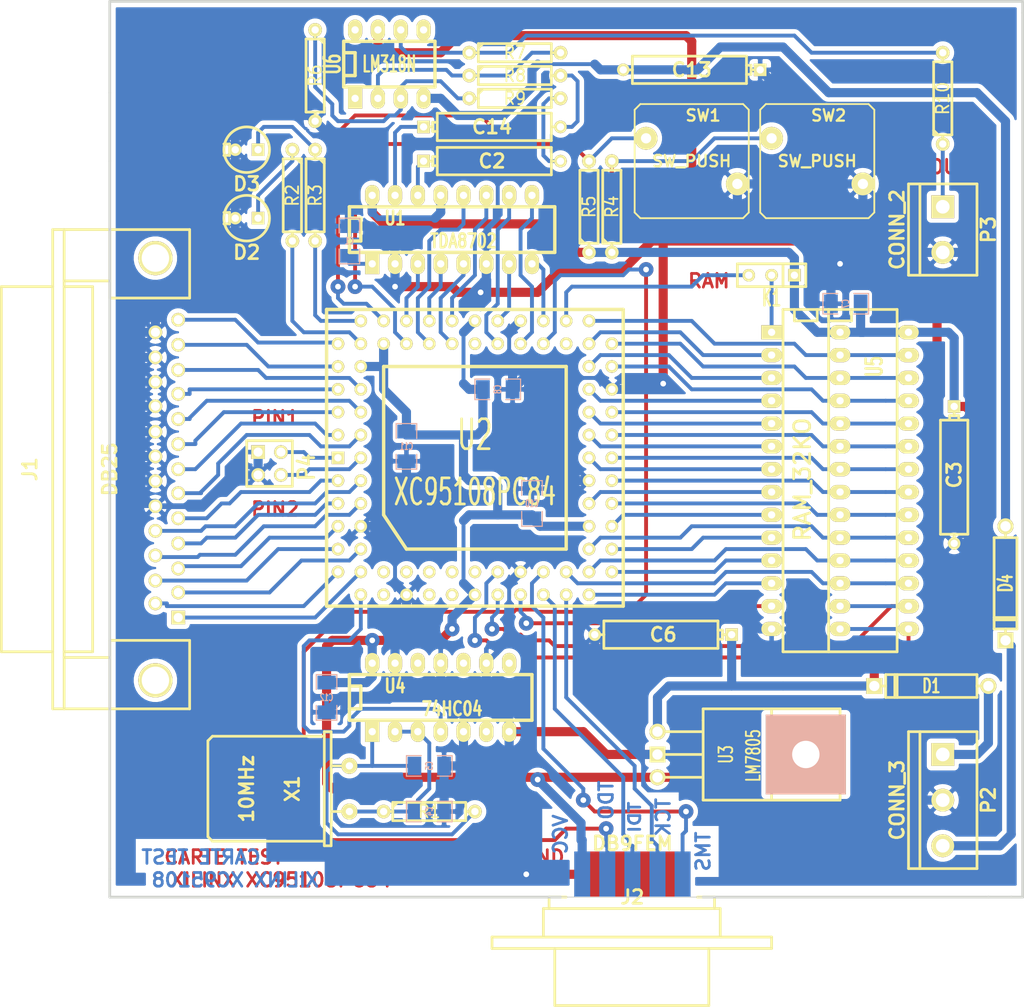
<source format=kicad_pcb>
(kicad_pcb (version 3) (host pcbnew "(2014-01-08 BZR 4616)-product")
  (title_block (title "CARTE TEST XILINX XC95108") (rev 0))
  (layers (15 Dessus signal) (0 Dessous signal) (18 B.Paste user) (19 F.Paste user) (20 B.SilkS user) (21 F.SilkS user) (22 B.Mask user) (23 F.Mask user) (28 Edge.Cuts user))
  (net 0 "")
  (net 1 +12V)
  (net 2 -12V)
  (net 3 /CSMEM)
  (net 4 /DAT0)
  (net 5 /DAT1)
  (net 6 /DAT2)
  (net 7 /DAT3)
  (net 8 /DAT4)
  (net 9 /DAT5)
  (net 10 /DAT6)
  (net 11 /DAT7)
  (net 12 /DCLK)
  (net 13 /LED1)
  (net 14 /LED2)
  (net 15 /MA0)
  (net 16 /MA1)
  (net 17 /MA2)
  (net 18 /MA3)
  (net 19 /MA4)
  (net 20 /MA5)
  (net 21 /MA6)
  (net 22 /MA7)
  (net 23 /MD0)
  (net 24 /MD1)
  (net 25 /MD10)
  (net 26 /MD11)
  (net 27 /MD12)
  (net 28 /MD13)
  (net 29 /MD14)
  (net 30 /MD2)
  (net 31 /MD3)
  (net 32 /MD4)
  (net 33 /MD5)
  (net 34 /MD6)
  (net 35 /MD7)
  (net 36 /MD8)
  (net 37 /MD9)
  (net 38 /OEMEM)
  (net 39 /PARBUS0)
  (net 40 /PARBUS1)
  (net 41 /PARBUS2)
  (net 42 /PARBUS3)
  (net 43 /PARBUS4)
  (net 44 /PARBUS5)
  (net 45 /PARBUS6)
  (net 46 /PARBUS7)
  (net 47 /PAR_AUX0/STROBE*)
  (net 48 /PAR_AUX1/ERROR*)
  (net 49 /PAR_AUX2/AUTOLF*)
  (net 50 /PAR_AUX3/SELECT*)
  (net 51 /PAR_AUX4/PE)
  (net 52 /PAR_AUX5/BUSY*)
  (net 53 /PAR_AUX6/ACK)
  (net 54 /PAR_AUX7/INIT)
  (net 55 /PAR_AUX8/SELECT)
  (net 56 /PIN_TEST0)
  (net 57 /PIN_TEST1)
  (net 58 /R/W-A14)
  (net 59 /SW0)
  (net 60 /SW1)
  (net 61 /TCK)
  (net 62 /TDI)
  (net 63 /TDO)
  (net 64 /TMS)
  (net 65 /XIN/CLK)
  (net 66 GND)
  (net 67 "Net-(C1-Pad1)")
  (net 68 "Net-(C14-Pad1)")
  (net 69 "Net-(C14-Pad2)")
  (net 70 "Net-(C2-Pad1)")
  (net 71 "Net-(C2-Pad2)")
  (net 72 "Net-(C4-Pad1)")
  (net 73 "Net-(C5-Pad1)")
  (net 74 "Net-(D1-Pad1)")
  (net 75 "Net-(D2-Pad1)")
  (net 76 "Net-(D3-Pad1)")
  (net 77 "Net-(D4-Pad2)")
  (net 78 "Net-(K1-Pad2)")
  (net 79 "Net-(P3-Pad1)")
  (net 80 "Net-(R10-Pad2)")
  (net 81 "Net-(R6-Pad1)")
  (net 82 "Net-(R7-Pad2)")
  (net 83 VCC)
  (module 28DIP-ELL300-600 (layer Dessus) (at 175.895 89.535 270)
    (fp_text reference U5 (at -12.7 -3.81 270) (layer F.SilkS) (effects (font (size 1.778 1.143) (thickness 0.28702))))
    (fp_text value RAM_32KO (at -0.127 4.191 270) (layer F.SilkS) (effects (font (size 1.778 1.778) (thickness 0.3048))))
    (pad 1 thru_hole rect (at -16.51 7.62 270) (size 1.5748 2.286) (drill 0.8128) (layers *.Cu *.Mask F.SilkS) (net 78 "Net-(K1-Pad2)"))
    (pad 2 thru_hole oval (at -13.97 7.62 270) (size 1.5748 2.286) (drill 0.8128) (layers *.Cu *.Mask F.SilkS) (net 27 /MD12))
    (pad 3 thru_hole oval (at -11.43 7.62 270) (size 1.5748 2.286) (drill 0.8128) (layers *.Cu *.Mask F.SilkS) (net 35 /MD7))
    (pad 4 thru_hole oval (at -8.89 7.62 270) (size 1.5748 2.286) (drill 0.8128) (layers *.Cu *.Mask F.SilkS) (net 34 /MD6))
    (pad 5 thru_hole oval (at -6.35 7.62 270) (size 1.5748 2.286) (drill 0.8128) (layers *.Cu *.Mask F.SilkS) (net 33 /MD5))
    (pad 6 thru_hole oval (at -3.81 7.62 270) (size 1.5748 2.286) (drill 0.8128) (layers *.Cu *.Mask F.SilkS) (net 32 /MD4))
    (pad 7 thru_hole oval (at -1.27 7.62 270) (size 1.5748 2.286) (drill 0.8128) (layers *.Cu *.Mask F.SilkS) (net 31 /MD3))
    (pad 8 thru_hole oval (at 1.27 7.62 270) (size 1.5748 2.286) (drill 0.8128) (layers *.Cu *.Mask F.SilkS) (net 30 /MD2))
    (pad 9 thru_hole oval (at 3.81 7.62 270) (size 1.5748 2.286) (drill 0.8128) (layers *.Cu *.Mask F.SilkS) (net 24 /MD1))
    (pad 10 thru_hole oval (at 6.35 7.62 270) (size 1.5748 2.286) (drill 0.8128) (layers *.Cu *.Mask F.SilkS) (net 23 /MD0))
    (pad 11 thru_hole oval (at 8.89 7.62 270) (size 1.5748 2.286) (drill 0.8128) (layers *.Cu *.Mask F.SilkS) (net 15 /MA0))
    (pad 12 thru_hole oval (at 11.43 7.62 270) (size 1.5748 2.286) (drill 0.8128) (layers *.Cu *.Mask F.SilkS) (net 16 /MA1))
    (pad 13 thru_hole oval (at 13.97 7.62 270) (size 1.5748 2.286) (drill 0.8128) (layers *.Cu *.Mask F.SilkS) (net 17 /MA2))
    (pad 14 thru_hole oval (at 16.51 7.62 270) (size 1.5748 2.286) (drill 0.8128) (layers *.Cu *.Mask F.SilkS) (net 66 GND))
    (pad 15 thru_hole oval (at 16.51 -7.62 270) (size 1.5748 2.286) (drill 0.8128) (layers *.Cu *.Mask F.SilkS) (net 18 /MA3))
    (pad 16 thru_hole oval (at 13.97 -7.62 270) (size 1.5748 2.286) (drill 0.8128) (layers *.Cu *.Mask F.SilkS) (net 19 /MA4))
    (pad 17 thru_hole oval (at 11.43 -7.62 270) (size 1.5748 2.286) (drill 0.8128) (layers *.Cu *.Mask F.SilkS) (net 20 /MA5))
    (pad 18 thru_hole oval (at 8.89 -7.62 270) (size 1.5748 2.286) (drill 0.8128) (layers *.Cu *.Mask F.SilkS) (net 21 /MA6))
    (pad 19 thru_hole oval (at 6.35 -7.62 270) (size 1.5748 2.286) (drill 0.8128) (layers *.Cu *.Mask F.SilkS) (net 22 /MA7))
    (pad 20 thru_hole oval (at 3.81 -7.62 270) (size 1.5748 2.286) (drill 0.8128) (layers *.Cu *.Mask F.SilkS) (net 3 /CSMEM))
    (pad 21 thru_hole oval (at 1.27 -7.62 270) (size 1.5748 2.286) (drill 0.8128) (layers *.Cu *.Mask F.SilkS) (net 25 /MD10))
    (pad 22 thru_hole oval (at -1.27 -7.62 270) (size 1.5748 2.286) (drill 0.8128) (layers *.Cu *.Mask F.SilkS) (net 38 /OEMEM))
    (pad 23 thru_hole oval (at -3.81 -7.62 270) (size 1.5748 2.286) (drill 0.8128) (layers *.Cu *.Mask F.SilkS) (net 26 /MD11))
    (pad 24 thru_hole oval (at -6.35 -7.62 270) (size 1.5748 2.286) (drill 0.8128) (layers *.Cu *.Mask F.SilkS) (net 37 /MD9))
    (pad 25 thru_hole oval (at -8.89 -7.62 270) (size 1.5748 2.286) (drill 0.8128) (layers *.Cu *.Mask F.SilkS) (net 36 /MD8))
    (pad 26 thru_hole oval (at -11.43 -7.62 270) (size 1.5748 2.286) (drill 0.8128) (layers *.Cu *.Mask F.SilkS) (net 28 /MD13))
    (pad 27 thru_hole oval (at -13.97 -7.62 270) (size 1.5748 2.286) (drill 0.8128) (layers *.Cu *.Mask F.SilkS) (net 58 /R/W-A14))
    (pad 28 thru_hole oval (at -16.51 -7.62 270) (size 1.5748 2.286) (drill 0.8128) (layers *.Cu *.Mask F.SilkS) (net 83 VCC))
    (pad 15 thru_hole oval (at 16.51 0 270) (size 1.5748 2.286) (drill 0.8128) (layers *.Cu *.Mask F.SilkS) (net 18 /MA3))
    (pad 16 thru_hole oval (at 13.97 0 270) (size 1.5748 2.286) (drill 0.8128) (layers *.Cu *.Mask F.SilkS) (net 19 /MA4))
    (pad 17 thru_hole oval (at 11.43 0 270) (size 1.5748 2.286) (drill 0.8128) (layers *.Cu *.Mask F.SilkS) (net 20 /MA5))
    (pad 18 thru_hole oval (at 8.89 0 270) (size 1.5748 2.286) (drill 0.8128) (layers *.Cu *.Mask F.SilkS) (net 21 /MA6))
    (pad 19 thru_hole oval (at 6.35 0 270) (size 1.5748 2.286) (drill 0.8128) (layers *.Cu *.Mask F.SilkS) (net 22 /MA7))
    (pad 20 thru_hole oval (at 3.81 0 270) (size 1.5748 2.286) (drill 0.8128) (layers *.Cu *.Mask F.SilkS) (net 3 /CSMEM))
    (pad 21 thru_hole oval (at 1.27 0 270) (size 1.5748 2.286) (drill 0.8128) (layers *.Cu *.Mask F.SilkS) (net 25 /MD10))
    (pad 22 thru_hole oval (at -1.27 0 270) (size 1.5748 2.286) (drill 0.8128) (layers *.Cu *.Mask F.SilkS) (net 38 /OEMEM))
    (pad 23 thru_hole oval (at -3.81 0 270) (size 1.5748 2.286) (drill 0.8128) (layers *.Cu *.Mask F.SilkS) (net 26 /MD11))
    (pad 24 thru_hole oval (at -6.35 0 270) (size 1.5748 2.286) (drill 0.8128) (layers *.Cu *.Mask F.SilkS) (net 37 /MD9))
    (pad 25 thru_hole oval (at -8.89 0 270) (size 1.5748 2.286) (drill 0.8128) (layers *.Cu *.Mask F.SilkS) (net 36 /MD8))
    (pad 26 thru_hole oval (at -11.43 0 270) (size 1.5748 2.286) (drill 0.8128) (layers *.Cu *.Mask F.SilkS) (net 28 /MD13))
    (pad 27 thru_hole oval (at -13.97 0 270) (size 1.5748 2.286) (drill 0.8128) (layers *.Cu *.Mask F.SilkS) (net 58 /R/W-A14))
    (pad 28 thru_hole oval (at -16.51 0 270) (size 1.5748 2.286) (drill 0.8128) (layers *.Cu *.Mask F.SilkS) (net 83 VCC))
  )
  (module DB9F_CI_INVERT (layer Dessus) (at 152.781 135.89 180)
    (fp_text reference J2 (at 0 0 180) (layer F.SilkS) (effects (font (thickness 0.3048))))
    (fp_text value DB9FEM (at 0 5.969 180) (layer F.SilkS) (effects (font (thickness 0.3048))))
    (pad 2 connect rect (at 2.794 2.54 180) (size 1.778 5.08) (layers Dessous B.Mask) (net 63 /TDO))
    (pad 3 connect rect (at 0 2.54 180) (size 1.778 5.08) (layers Dessous B.Mask) (net 62 /TDI))
    (pad 4 connect rect (at -2.794 2.54 180) (size 1.778 5.08) (layers Dessous B.Mask) (net 61 /TCK))
    (pad 5 connect rect (at -5.588 2.54 180) (size 1.778 5.08) (layers Dessous B.Mask) (net 64 /TMS))
    (pad 1 connect rect (at 5.588 2.54 180) (size 1.778 5.08) (layers Dessous B.Mask) (net 83 VCC))
    (pad 9 connect rect (at -4.191 2.54 180) (size 1.778 5.08) (layers Dessus F.Mask) (net 66 GND))
    (pad 8 connect rect (at -1.397 2.54 180) (size 1.778 5.08) (layers Dessus F.Mask) (net 66 GND))
    (pad 7 connect rect (at 1.397 2.54 180) (size 1.778 5.08) (layers Dessus F.Mask) (net 66 GND))
    (pad 6 connect rect (at 4.191 2.54 180) (size 1.778 5.08) (layers Dessus F.Mask) (net 66 GND))
  )
  (module bornier3 (layer Dessus) (at 187.325 125.095 270)
    (fp_text reference P2 (at 0 -5.08 270) (layer F.SilkS) (effects (font (thickness 0.3048))))
    (fp_text value CONN_3 (at 0 5.08 270) (layer F.SilkS) (effects (font (thickness 0.3048))))
    (pad 1 thru_hole rect (at -5.08 0 270) (size 2.54 2.54) (drill 1.524) (layers *.Cu *.Mask F.SilkS) (net 74 "Net-(D1-Pad1)"))
    (pad 2 thru_hole circle (at 0 0 270) (size 2.54 2.54) (drill 1.524) (layers *.Cu *.Mask F.SilkS) (net 66 GND))
    (pad 3 thru_hole circle (at 5.08 0 270) (size 2.54 2.54) (drill 1.524) (layers *.Cu *.Mask F.SilkS) (net 77 "Net-(D4-Pad2)"))
  )
  (module R4 (layer Dessus) (at 117.475 44.45 270)
    (fp_text reference R6 (at 0 0 270) (layer F.SilkS) (effects (font (size 1.397 1.27) (thickness 0.2032))))
    (fp_text value 1,1k hide)
    (pad 1 thru_hole circle (at -5.08 0 270) (size 1.524 1.524) (drill 0.8128) (layers *.Cu *.Mask F.SilkS) (net 81 "Net-(R6-Pad1)"))
    (pad 2 thru_hole circle (at 5.08 0 270) (size 1.524 1.524) (drill 0.8128) (layers *.Cu *.Mask F.SilkS) (net 66 GND))
  )
  (module R4 (layer Dessus) (at 139.7 41.91)
    (fp_text reference R7 (at 0 0) (layer F.SilkS) (effects (font (size 1.397 1.27) (thickness 0.2032))))
    (fp_text value 1,1K hide)
    (pad 1 thru_hole circle (at -5.08 0) (size 1.524 1.524) (drill 0.8128) (layers *.Cu *.Mask F.SilkS) (net 80 "Net-(R10-Pad2)"))
    (pad 2 thru_hole circle (at 5.08 0) (size 1.524 1.524) (drill 0.8128) (layers *.Cu *.Mask F.SilkS) (net 82 "Net-(R7-Pad2)"))
  )
  (module R4 (layer Dessus) (at 187.325 46.99 90)
    (fp_text reference R10 (at 0 0 90) (layer F.SilkS) (effects (font (size 1.397 1.27) (thickness 0.2032))))
    (fp_text value 75 hide)
    (pad 1 thru_hole circle (at -5.08 0 90) (size 1.524 1.524) (drill 0.8128) (layers *.Cu *.Mask F.SilkS) (net 79 "Net-(P3-Pad1)"))
    (pad 2 thru_hole circle (at 5.08 0 90) (size 1.524 1.524) (drill 0.8128) (layers *.Cu *.Mask F.SilkS) (net 80 "Net-(R10-Pad2)"))
  )
  (module R4 (layer Dessus) (at 139.7 46.99)
    (fp_text reference R9 (at 0 0) (layer F.SilkS) (effects (font (size 1.397 1.27) (thickness 0.2032))))
    (fp_text value 2,2K hide)
    (pad 1 thru_hole circle (at -5.08 0) (size 1.524 1.524) (drill 0.8128) (layers *.Cu *.Mask F.SilkS) (net 81 "Net-(R6-Pad1)"))
    (pad 2 thru_hole circle (at 5.08 0) (size 1.524 1.524) (drill 0.8128) (layers *.Cu *.Mask F.SilkS) (net 71 "Net-(C2-Pad2)"))
  )
  (module R4 (layer Dessus) (at 139.7 44.45)
    (fp_text reference R8 (at 0 0) (layer F.SilkS) (effects (font (size 1.397 1.27) (thickness 0.2032))))
    (fp_text value 2,2K hide)
    (pad 1 thru_hole circle (at -5.08 0) (size 1.524 1.524) (drill 0.8128) (layers *.Cu *.Mask F.SilkS) (net 82 "Net-(R7-Pad2)"))
    (pad 2 thru_hole circle (at 5.08 0) (size 1.524 1.524) (drill 0.8128) (layers *.Cu *.Mask F.SilkS) (net 69 "Net-(C14-Pad2)"))
  )
  (module D5 (layer Dessus) (at 194.31 100.965 270)
    (fp_text reference D4 (at 0 0 270) (layer F.SilkS) (effects (font (size 1.524 1.016) (thickness 0.254))))
    (fp_text value 1N4004 hide)
    (pad 1 thru_hole circle (at -6.35 0 270) (size 1.778 1.778) (drill 1.143) (layers *.Cu *.Mask F.SilkS) (net 2 -12V))
    (pad 2 thru_hole rect (at 6.35 0 270) (size 1.778 1.778) (drill 1.143) (layers *.Cu *.Mask F.SilkS) (net 77 "Net-(D4-Pad2)"))
  )
  (module CP6 (layer Dessus) (at 159.385 43.815 180)
    (fp_text reference C13 (at 0 0 180) (layer F.SilkS) (effects (font (thickness 0.3048))))
    (fp_text value 10uF hide)
    (pad 1 thru_hole rect (at -7.62 0 180) (size 1.397 1.397) (drill 0.8128) (layers *.Cu *.Mask F.SilkS) (net 66 GND))
    (pad 2 thru_hole circle (at 7.62 0 180) (size 1.397 1.397) (drill 0.8128) (layers *.Cu *.Mask F.SilkS) (net 2 -12V))
  )
  (module CP6 (layer Dessus) (at 137.16 50.165)
    (fp_text reference C14 (at 0 0) (layer F.SilkS) (effects (font (thickness 0.3048))))
    (fp_text value 10uF hide)
    (pad 1 thru_hole rect (at -7.62 0) (size 1.397 1.397) (drill 0.8128) (layers *.Cu *.Mask F.SilkS) (net 68 "Net-(C14-Pad1)"))
    (pad 2 thru_hole circle (at 7.62 0) (size 1.397 1.397) (drill 0.8128) (layers *.Cu *.Mask F.SilkS) (net 69 "Net-(C14-Pad2)"))
  )
  (module 8DIP-ELL300 (layer Dessus) (at 125.73 43.18)
    (fp_text reference U6 (at -6.35 0 90) (layer F.SilkS) (effects (font (size 1.778 1.143) (thickness 0.28702))))
    (fp_text value LM318N (at 0 0) (layer F.SilkS) (effects (font (size 1.778 1.016) (thickness 0.254))))
    (pad 1 thru_hole rect (at -3.81 3.81) (size 1.5748 2.286) (drill 0.8128) (layers *.Cu *.Mask F.SilkS))
    (pad 2 thru_hole oval (at -1.27 3.81) (size 1.5748 2.286) (drill 0.8128) (layers *.Cu *.Mask F.SilkS) (net 82 "Net-(R7-Pad2)"))
    (pad 3 thru_hole oval (at 1.27 3.81) (size 1.5748 2.286) (drill 0.8128) (layers *.Cu *.Mask F.SilkS) (net 81 "Net-(R6-Pad1)"))
    (pad 4 thru_hole oval (at 3.81 3.81) (size 1.5748 2.286) (drill 0.8128) (layers *.Cu *.Mask F.SilkS) (net 2 -12V))
    (pad 5 thru_hole oval (at 3.81 -3.81) (size 1.5748 2.286) (drill 0.8128) (layers *.Cu *.Mask F.SilkS))
    (pad 6 thru_hole oval (at 1.27 -3.81) (size 1.5748 2.286) (drill 0.8128) (layers *.Cu *.Mask F.SilkS) (net 80 "Net-(R10-Pad2)"))
    (pad 7 thru_hole oval (at -1.27 -3.81) (size 1.5748 2.286) (drill 0.8128) (layers *.Cu *.Mask F.SilkS) (net 1 +12V))
    (pad 8 thru_hole oval (at -3.81 -3.81) (size 1.5748 2.286) (drill 0.8128) (layers *.Cu *.Mask F.SilkS))
  )
  (module head_2x2 (layer Dessus) (at 112.395 87.63 270)
    (fp_text reference P4 (at 0.4064 -4.1148 270) (layer F.SilkS) (effects (font (size 1.778 1.524) (thickness 0.3048))))
    (fp_text value CONN_2X2 hide)
    (pad 1 thru_hole rect (at -1.27 1.27 270) (size 1.524 1.524) (drill 1.016) (layers *.Cu *.Mask F.SilkS) (net 66 GND))
    (pad 2 thru_hole circle (at -1.27 -1.27 270) (size 1.524 1.524) (drill 1.016) (layers *.Cu *.Mask F.SilkS) (net 56 /PIN_TEST0))
    (pad 3 thru_hole circle (at 1.27 1.27 270) (size 1.524 1.524) (drill 1.016) (layers *.Cu *.Mask F.SilkS) (net 66 GND))
    (pad 4 thru_hole circle (at 1.27 -1.27 270) (size 1.524 1.524) (drill 1.016) (layers *.Cu *.Mask F.SilkS) (net 57 /PIN_TEST1))
  )
  (module R4 (layer Dessus) (at 150.495 59.055 90)
    (fp_text reference R4 (at 0 0 90) (layer F.SilkS) (effects (font (size 1.397 1.27) (thickness 0.2032))))
    (fp_text value 4,7K hide)
    (pad 1 thru_hole circle (at -5.08 0 90) (size 1.524 1.524) (drill 0.8128) (layers *.Cu *.Mask F.SilkS) (net 83 VCC))
    (pad 2 thru_hole circle (at 5.08 0 90) (size 1.524 1.524) (drill 0.8128) (layers *.Cu *.Mask F.SilkS) (net 60 /SW1))
  )
  (module R4 (layer Dessus) (at 147.955 59.055 90)
    (fp_text reference R5 (at 0 0 90) (layer F.SilkS) (effects (font (size 1.397 1.27) (thickness 0.2032))))
    (fp_text value 4,7K hide)
    (pad 1 thru_hole circle (at -5.08 0 90) (size 1.524 1.524) (drill 0.8128) (layers *.Cu *.Mask F.SilkS) (net 83 VCC))
    (pad 2 thru_hole circle (at 5.08 0 90) (size 1.524 1.524) (drill 0.8128) (layers *.Cu *.Mask F.SilkS) (net 59 /SW0))
  )
  (module R4 (layer Dessus) (at 114.935 57.785 270)
    (fp_text reference R2 (at 0 0 270) (layer F.SilkS) (effects (font (size 1.397 1.27) (thickness 0.2032))))
    (fp_text value 330 hide)
    (pad 1 thru_hole circle (at -5.08 0 270) (size 1.524 1.524) (drill 0.8128) (layers *.Cu *.Mask F.SilkS) (net 75 "Net-(D2-Pad1)"))
    (pad 2 thru_hole circle (at 5.08 0 270) (size 1.524 1.524) (drill 0.8128) (layers *.Cu *.Mask F.SilkS) (net 13 /LED1))
  )
  (module R4 (layer Dessus) (at 117.475 57.785 270)
    (fp_text reference R3 (at 0 0 270) (layer F.SilkS) (effects (font (size 1.397 1.27) (thickness 0.2032))))
    (fp_text value 330 hide)
    (pad 1 thru_hole circle (at -5.08 0 270) (size 1.524 1.524) (drill 0.8128) (layers *.Cu *.Mask F.SilkS) (net 76 "Net-(D3-Pad1)"))
    (pad 2 thru_hole circle (at 5.08 0 270) (size 1.524 1.524) (drill 0.8128) (layers *.Cu *.Mask F.SilkS) (net 14 /LED2))
  )
  (module LEDV (layer Dessus) (at 109.855 60.325 180)
    (fp_text reference D2 (at 0 -3.81 180) (layer F.SilkS) (effects (font (thickness 0.3048))))
    (fp_text value LED hide)
    (pad 1 thru_hole rect (at -1.27 0 180) (size 1.397 1.397) (drill 0.8128) (layers *.Cu *.Mask F.SilkS) (net 75 "Net-(D2-Pad1)"))
    (pad 2 thru_hole circle (at 1.27 0 180) (size 1.397 1.397) (drill 0.8128) (layers *.Cu *.Mask F.SilkS) (net 66 GND))
  )
  (module LEDV (layer Dessus) (at 109.855 52.705 180)
    (fp_text reference D3 (at 0 -3.81 180) (layer F.SilkS) (effects (font (thickness 0.3048))))
    (fp_text value LED hide)
    (pad 1 thru_hole rect (at -1.27 0 180) (size 1.397 1.397) (drill 0.8128) (layers *.Cu *.Mask F.SilkS) (net 76 "Net-(D3-Pad1)"))
    (pad 2 thru_hole circle (at 1.27 0 180) (size 1.397 1.397) (drill 0.8128) (layers *.Cu *.Mask F.SilkS) (net 66 GND))
  )
  (module bornier2 (layer Dessus) (at 187.325 61.595 270)
    (fp_text reference P3 (at 0 -5.08 270) (layer F.SilkS) (effects (font (thickness 0.3048))))
    (fp_text value CONN_2 (at 0 5.08 270) (layer F.SilkS) (effects (font (thickness 0.3048))))
    (pad 1 thru_hole rect (at -2.54 0 270) (size 2.54 2.54) (drill 1.524) (layers *.Cu *.Mask F.SilkS) (net 79 "Net-(P3-Pad1)"))
    (pad 2 thru_hole circle (at 2.54 0 270) (size 2.54 2.54) (drill 1.524) (layers *.Cu *.Mask F.SilkS) (net 66 GND))
  )
  (module SM1206 (layer Dessous) (at 130.175 121.285)
    (fp_text reference C5 (at 0 0 270) (layer B.SilkS) (effects (font (size 0.762 0.508) (thickness 0.127)) (justify mirror)))
    (fp_text value 22pF hide)
    (pad 1 smd rect (at -1.651 0) (size 1.524 2.032) (layers Dessous B.Paste B.Mask) (net 73 "Net-(C5-Pad1)"))
    (pad 2 smd rect (at 1.651 0) (size 1.524 2.032) (layers Dessous B.Paste B.Mask) (net 66 GND))
  )
  (module SM1206 (layer Dessous) (at 137.795 79.375)
    (fp_text reference C8 (at 0 0 270) (layer B.SilkS) (effects (font (size 0.762 0.508) (thickness 0.127)) (justify mirror)))
    (fp_text value 100nF hide)
    (pad 1 smd rect (at -1.651 0) (size 1.524 2.032) (layers Dessous B.Paste B.Mask) (net 83 VCC))
    (pad 2 smd rect (at 1.651 0) (size 1.524 2.032) (layers Dessous B.Paste B.Mask) (net 66 GND))
  )
  (module SM1206 (layer Dessous) (at 141.605 92.075 90)
    (fp_text reference C10 (at 0 0 360) (layer B.SilkS) (effects (font (size 0.762 0.508) (thickness 0.127)) (justify mirror)))
    (fp_text value 100nF hide)
    (pad 1 smd rect (at -1.651 0 90) (size 1.524 2.032) (layers Dessous B.Paste B.Mask) (net 83 VCC))
    (pad 2 smd rect (at 1.651 0 90) (size 1.524 2.032) (layers Dessous B.Paste B.Mask) (net 66 GND))
  )
  (module SM1206 (layer Dessous) (at 127.635 85.725 270)
    (fp_text reference C11 (at 0 0 540) (layer B.SilkS) (effects (font (size 0.762 0.508) (thickness 0.127)) (justify mirror)))
    (fp_text value 100nF hide)
    (pad 1 smd rect (at -1.651 0 270) (size 1.524 2.032) (layers Dessous B.Paste B.Mask) (net 83 VCC))
    (pad 2 smd rect (at 1.651 0 270) (size 1.524 2.032) (layers Dessous B.Paste B.Mask) (net 66 GND))
  )
  (module SM1206 (layer Dessous) (at 176.53 69.85 180)
    (fp_text reference C7 (at 0 0 450) (layer B.SilkS) (effects (font (size 0.762 0.508) (thickness 0.127)) (justify mirror)))
    (fp_text value 100nF hide)
    (pad 1 smd rect (at -1.651 0 180) (size 1.524 2.032) (layers Dessous B.Paste B.Mask) (net 83 VCC))
    (pad 2 smd rect (at 1.651 0 180) (size 1.524 2.032) (layers Dessous B.Paste B.Mask) (net 66 GND))
  )
  (module SM1206 (layer Dessous) (at 118.745 113.665 270)
    (fp_text reference C12 (at 0 0 540) (layer B.SilkS) (effects (font (size 0.762 0.508) (thickness 0.127)) (justify mirror)))
    (fp_text value 100nF hide)
    (pad 1 smd rect (at -1.651 0 270) (size 1.524 2.032) (layers Dessous B.Paste B.Mask) (net 83 VCC))
    (pad 2 smd rect (at 1.651 0 270) (size 1.524 2.032) (layers Dessous B.Paste B.Mask) (net 66 GND))
  )
  (module SM1206 (layer Dessous) (at 121.285 62.865 90)
    (fp_text reference C1 (at 0 0 360) (layer B.SilkS) (effects (font (size 0.762 0.508) (thickness 0.127)) (justify mirror)))
    (fp_text value 100nF hide)
    (pad 1 smd rect (at -1.651 0 90) (size 1.524 2.032) (layers Dessous B.Paste B.Mask) (net 67 "Net-(C1-Pad1)"))
    (pad 2 smd rect (at 1.651 0 90) (size 1.524 2.032) (layers Dessous B.Paste B.Mask) (net 66 GND))
  )
  (module SM1206 (layer Dessous) (at 130.175 126.365)
    (fp_text reference C4 (at 0 0 270) (layer B.SilkS) (effects (font (size 0.762 0.508) (thickness 0.127)) (justify mirror)))
    (fp_text value 22pF hide)
    (pad 1 smd rect (at -1.651 0) (size 1.524 2.032) (layers Dessous B.Paste B.Mask) (net 72 "Net-(C4-Pad1)"))
    (pad 2 smd rect (at 1.651 0) (size 1.524 2.032) (layers Dessous B.Paste B.Mask) (net 66 GND))
  )
  (module SIL-3 (layer Dessus) (at 168.275 66.675 180)
    (fp_text reference K1 (at 0 -2.54 180) (layer F.SilkS) (effects (font (size 1.7907 1.07696) (thickness 0.26924))))
    (fp_text value CONN_3 hide)
    (pad 1 thru_hole rect (at -2.54 0 180) (size 1.397 1.397) (drill 0.8128) (layers *.Cu *.Mask F.SilkS) (net 83 VCC))
    (pad 2 thru_hole circle (at 0 0 180) (size 1.397 1.397) (drill 0.8128) (layers *.Cu *.Mask F.SilkS) (net 78 "Net-(K1-Pad2)"))
    (pad 3 thru_hole circle (at 2.54 0 180) (size 1.397 1.397) (drill 0.8128) (layers *.Cu *.Mask F.SilkS) (net 29 /MD14))
  )
  (module R4 (layer Dessus) (at 130.175 126.365)
    (fp_text reference R1 (at 0 0) (layer F.SilkS) (effects (font (size 1.397 1.27) (thickness 0.2032))))
    (fp_text value 100K hide)
    (pad 1 thru_hole circle (at -5.08 0) (size 1.524 1.524) (drill 0.8128) (layers *.Cu *.Mask F.SilkS) (net 72 "Net-(C4-Pad1)"))
    (pad 2 thru_hole circle (at 5.08 0) (size 1.524 1.524) (drill 0.8128) (layers *.Cu *.Mask F.SilkS) (net 73 "Net-(C5-Pad1)"))
  )
  (module LM78XX (layer Dessus) (at 155.575 120.015)
    (fp_text reference U3 (at 7.62 0 90) (layer F.SilkS) (effects (font (size 1.524 1.016) (thickness 0.2032))))
    (fp_text value LM7805 (at 10.668 0.127 90) (layer F.SilkS) (effects (font (size 1.524 1.016) (thickness 0.2032))))
    (pad 4 thru_hole rect (at 16.51 0) (size 8.89 8.89) (drill 3.048) (layers *.Cu *.SilkS *.Mask))
    (pad VI thru_hole circle (at 0 -2.54) (size 1.778 1.778) (drill 1.143) (layers *.Cu *.Mask F.SilkS) (net 1 +12V))
    (pad GND thru_hole rect (at 0 0) (size 1.778 1.778) (drill 1.143) (layers *.Cu *.Mask F.SilkS) (net 66 GND))
    (pad VO thru_hole circle (at 0 2.54) (size 1.778 1.778) (drill 1.143) (layers *.Cu *.Mask F.SilkS) (net 83 VCC))
  )
  (module HC-18UH (layer Dessus) (at 121.285 123.825 270)
    (fp_text reference X1 (at 0 6.35 270) (layer F.SilkS) (effects (font (thickness 0.3048))))
    (fp_text value 10MHz (at 0 11.43 270) (layer F.SilkS) (effects (font (thickness 0.3048))))
    (pad 1 thru_hole circle (at -2.54 0 270) (size 1.778 1.778) (drill 0.8128) (layers *.Cu *.Mask F.SilkS) (net 73 "Net-(C5-Pad1)"))
    (pad 2 thru_hole circle (at 2.54 0 270) (size 1.778 1.778) (drill 0.8128) (layers *.Cu *.Mask F.SilkS) (net 72 "Net-(C4-Pad1)"))
  )
  (module DB25FC (layer Dessus) (at 100.965 88.265 90)
    (fp_text reference J1 (at 0 -15.24 90) (layer F.SilkS) (effects (font (thickness 0.3048))))
    (fp_text value DB25 (at 0 -6.35 90) (layer F.SilkS) (effects (font (thickness 0.3048))))
    (pad "" thru_hole circle (at 23.495 -1.27 90) (size 3.81 3.81) (drill 3.048) (layers *.Cu *.Mask F.SilkS))
    (pad "" thru_hole circle (at -23.495 -1.27 90) (size 3.81 3.81) (drill 3.048) (layers *.Cu *.Mask F.SilkS))
    (pad 1 thru_hole rect (at -16.51 1.27 90) (size 1.524 1.524) (drill 1.016) (layers *.Cu *.Mask F.SilkS) (net 47 /PAR_AUX0/STROBE*))
    (pad 2 thru_hole circle (at -13.716 1.27 90) (size 1.524 1.524) (drill 1.016) (layers *.Cu *.Mask F.SilkS) (net 39 /PARBUS0))
    (pad 3 thru_hole circle (at -11.049 1.27 90) (size 1.524 1.524) (drill 1.016) (layers *.Cu *.Mask F.SilkS) (net 40 /PARBUS1))
    (pad 4 thru_hole circle (at -8.255 1.27 90) (size 1.524 1.524) (drill 1.016) (layers *.Cu *.Mask F.SilkS) (net 41 /PARBUS2))
    (pad 5 thru_hole circle (at -5.461 1.27 90) (size 1.524 1.524) (drill 1.016) (layers *.Cu *.Mask F.SilkS) (net 42 /PARBUS3))
    (pad 6 thru_hole circle (at -2.667 1.27 90) (size 1.524 1.524) (drill 1.016) (layers *.Cu *.Mask F.SilkS) (net 43 /PARBUS4))
    (pad 7 thru_hole circle (at 0 1.27 90) (size 1.524 1.524) (drill 1.016) (layers *.Cu *.Mask F.SilkS) (net 44 /PARBUS5))
    (pad 8 thru_hole circle (at 2.794 1.27 90) (size 1.524 1.524) (drill 1.016) (layers *.Cu *.Mask F.SilkS) (net 45 /PARBUS6))
    (pad 9 thru_hole circle (at 5.588 1.27 90) (size 1.524 1.524) (drill 1.016) (layers *.Cu *.Mask F.SilkS) (net 46 /PARBUS7))
    (pad 10 thru_hole circle (at 8.382 1.27 90) (size 1.524 1.524) (drill 1.016) (layers *.Cu *.Mask F.SilkS) (net 53 /PAR_AUX6/ACK))
    (pad 11 thru_hole circle (at 11.049 1.27 90) (size 1.524 1.524) (drill 1.016) (layers *.Cu *.Mask F.SilkS) (net 52 /PAR_AUX5/BUSY*))
    (pad 12 thru_hole circle (at 13.843 1.27 90) (size 1.524 1.524) (drill 1.016) (layers *.Cu *.Mask F.SilkS) (net 51 /PAR_AUX4/PE))
    (pad 13 thru_hole circle (at 16.637 1.27 90) (size 1.524 1.524) (drill 1.016) (layers *.Cu *.Mask F.SilkS) (net 50 /PAR_AUX3/SELECT*))
    (pad 14 thru_hole circle (at -14.9352 -1.27 90) (size 1.524 1.524) (drill 1.016) (layers *.Cu *.Mask F.SilkS) (net 49 /PAR_AUX2/AUTOLF*))
    (pad 15 thru_hole circle (at -12.3952 -1.27 90) (size 1.524 1.524) (drill 1.016) (layers *.Cu *.Mask F.SilkS) (net 48 /PAR_AUX1/ERROR*))
    (pad 16 thru_hole circle (at -9.6012 -1.27 90) (size 1.524 1.524) (drill 1.016) (layers *.Cu *.Mask F.SilkS) (net 54 /PAR_AUX7/INIT))
    (pad 17 thru_hole circle (at -6.858 -1.27 90) (size 1.524 1.524) (drill 1.016) (layers *.Cu *.Mask F.SilkS) (net 55 /PAR_AUX8/SELECT))
    (pad 18 thru_hole circle (at -4.1148 -1.27 90) (size 1.524 1.524) (drill 1.016) (layers *.Cu *.Mask F.SilkS) (net 66 GND))
    (pad 19 thru_hole circle (at -1.3208 -1.27 90) (size 1.524 1.524) (drill 1.016) (layers *.Cu *.Mask F.SilkS) (net 66 GND))
    (pad 20 thru_hole circle (at 1.4224 -1.27 90) (size 1.524 1.524) (drill 1.016) (layers *.Cu *.Mask F.SilkS) (net 66 GND))
    (pad 21 thru_hole circle (at 4.1656 -1.27 90) (size 1.524 1.524) (drill 1.016) (layers *.Cu *.Mask F.SilkS) (net 66 GND))
    (pad 22 thru_hole circle (at 7.0104 -1.27 90) (size 1.524 1.524) (drill 1.016) (layers *.Cu *.Mask F.SilkS) (net 66 GND))
    (pad 23 thru_hole circle (at 9.7028 -1.27 90) (size 1.524 1.524) (drill 1.016) (layers *.Cu *.Mask F.SilkS) (net 66 GND))
    (pad 24 thru_hole circle (at 12.446 -1.27 90) (size 1.524 1.524) (drill 1.016) (layers *.Cu *.Mask F.SilkS) (net 66 GND))
    (pad 25 thru_hole circle (at 15.24 -1.27 90) (size 1.524 1.524) (drill 1.016) (layers *.Cu *.Mask F.SilkS) (net 66 GND))
  )
  (module D5 (layer Dessus) (at 186.055 112.395 180)
    (fp_text reference D1 (at 0 0 180) (layer F.SilkS) (effects (font (size 1.524 1.016) (thickness 0.254))))
    (fp_text value 1N4004 hide)
    (pad 1 thru_hole circle (at -6.35 0 180) (size 1.778 1.778) (drill 1.143) (layers *.Cu *.Mask F.SilkS) (net 74 "Net-(D1-Pad1)"))
    (pad 2 thru_hole rect (at 6.35 0 180) (size 1.778 1.778) (drill 1.143) (layers *.Cu *.Mask F.SilkS) (net 1 +12V))
  )
  (module CP6 (layer Dessus) (at 137.16 53.975)
    (fp_text reference C2 (at 0 0) (layer F.SilkS) (effects (font (thickness 0.3048))))
    (fp_text value 10uF hide)
    (pad 1 thru_hole rect (at -7.62 0) (size 1.397 1.397) (drill 0.8128) (layers *.Cu *.Mask F.SilkS) (net 70 "Net-(C2-Pad1)"))
    (pad 2 thru_hole circle (at 7.62 0) (size 1.397 1.397) (drill 0.8128) (layers *.Cu *.Mask F.SilkS) (net 71 "Net-(C2-Pad2)"))
  )
  (module CP6 (layer Dessus) (at 156.21 106.68 180)
    (fp_text reference C6 (at 0 0 180) (layer F.SilkS) (effects (font (thickness 0.3048))))
    (fp_text value 47uF hide)
    (pad 1 thru_hole rect (at -7.62 0 180) (size 1.397 1.397) (drill 0.8128) (layers *.Cu *.Mask F.SilkS) (net 1 +12V))
    (pad 2 thru_hole circle (at 7.62 0 180) (size 1.397 1.397) (drill 0.8128) (layers *.Cu *.Mask F.SilkS) (net 66 GND))
  )
  (module CP6 (layer Dessus) (at 188.595 88.9 270)
    (fp_text reference C3 (at 0 0 270) (layer F.SilkS) (effects (font (thickness 0.3048))))
    (fp_text value 10uF hide)
    (pad 1 thru_hole rect (at -7.62 0 270) (size 1.397 1.397) (drill 0.8128) (layers *.Cu *.Mask F.SilkS) (net 83 VCC))
    (pad 2 thru_hole circle (at 7.62 0 270) (size 1.397 1.397) (drill 0.8128) (layers *.Cu *.Mask F.SilkS) (net 66 GND))
  )
  (module 16DIP-ELL300 (layer Dessus) (at 132.715 61.595)
    (fp_text reference U1 (at -6.35 -1.27) (layer F.SilkS) (effects (font (size 1.524 1.143) (thickness 0.28702))))
    (fp_text value TDA8702 (at 1.27 1.27) (layer F.SilkS) (effects (font (size 1.524 1.143) (thickness 0.28702))))
    (pad 1 thru_hole rect (at -8.89 3.81) (size 1.5748 2.286) (drill 0.8128) (layers *.Cu *.Mask F.SilkS) (net 67 "Net-(C1-Pad1)"))
    (pad 2 thru_hole oval (at -6.35 3.81) (size 1.5748 2.286) (drill 0.8128) (layers *.Cu *.Mask F.SilkS) (net 66 GND))
    (pad 3 thru_hole oval (at -3.81 3.81) (size 1.5748 2.286) (drill 0.8128) (layers *.Cu *.Mask F.SilkS) (net 6 /DAT2))
    (pad 4 thru_hole oval (at -1.27 3.81) (size 1.5748 2.286) (drill 0.8128) (layers *.Cu *.Mask F.SilkS) (net 7 /DAT3))
    (pad 5 thru_hole oval (at 1.27 3.81) (size 1.5748 2.286) (drill 0.8128) (layers *.Cu *.Mask F.SilkS) (net 12 /DCLK))
    (pad 6 thru_hole oval (at 3.81 3.81) (size 1.5748 2.286) (drill 0.8128) (layers *.Cu *.Mask F.SilkS) (net 66 GND))
    (pad 7 thru_hole oval (at 6.35 3.81) (size 1.5748 2.286) (drill 0.8128) (layers *.Cu *.Mask F.SilkS) (net 11 /DAT7))
    (pad 8 thru_hole oval (at 8.89 3.81) (size 1.5748 2.286) (drill 0.8128) (layers *.Cu *.Mask F.SilkS) (net 10 /DAT6))
    (pad 9 thru_hole oval (at 8.89 -3.81) (size 1.5748 2.286) (drill 0.8128) (layers *.Cu *.Mask F.SilkS) (net 9 /DAT5))
    (pad 10 thru_hole oval (at 6.35 -3.81) (size 1.5748 2.286) (drill 0.8128) (layers *.Cu *.Mask F.SilkS) (net 8 /DAT4))
    (pad 11 thru_hole oval (at 3.81 -3.81) (size 1.5748 2.286) (drill 0.8128) (layers *.Cu *.Mask F.SilkS) (net 5 /DAT1))
    (pad 12 thru_hole oval (at 1.27 -3.81) (size 1.5748 2.286) (drill 0.8128) (layers *.Cu *.Mask F.SilkS) (net 4 /DAT0))
    (pad 13 thru_hole oval (at -1.27 -3.81) (size 1.5748 2.286) (drill 0.8128) (layers *.Cu *.Mask F.SilkS) (net 83 VCC))
    (pad 14 thru_hole oval (at -3.81 -3.81) (size 1.5748 2.286) (drill 0.8128) (layers *.Cu *.Mask F.SilkS) (net 70 "Net-(C2-Pad1)"))
    (pad 15 thru_hole oval (at -6.35 -3.81) (size 1.5748 2.286) (drill 0.8128) (layers *.Cu *.Mask F.SilkS) (net 68 "Net-(C14-Pad1)"))
    (pad 16 thru_hole oval (at -8.89 -3.81) (size 1.5748 2.286) (drill 0.8128) (layers *.Cu *.Mask F.SilkS) (net 83 VCC))
  )
  (module 14DIP-ELL300 (layer Dessus) (at 131.445 113.665)
    (fp_text reference U4 (at -5.08 -1.27) (layer F.SilkS) (effects (font (size 1.524 1.143) (thickness 0.28702))))
    (fp_text value 74HC04 (at 1.27 1.27) (layer F.SilkS) (effects (font (size 1.524 1.143) (thickness 0.28702))))
    (pad 1 thru_hole rect (at -7.62 3.81) (size 1.5748 2.286) (drill 0.8128) (layers *.Cu *.Mask F.SilkS) (net 73 "Net-(C5-Pad1)"))
    (pad 2 thru_hole oval (at -5.08 3.81) (size 1.5748 2.286) (drill 0.8128) (layers *.Cu *.Mask F.SilkS) (net 72 "Net-(C4-Pad1)"))
    (pad 3 thru_hole oval (at -2.54 3.81) (size 1.5748 2.286) (drill 0.8128) (layers *.Cu *.Mask F.SilkS) (net 72 "Net-(C4-Pad1)"))
    (pad 4 thru_hole oval (at 0 3.81) (size 1.5748 2.286) (drill 0.8128) (layers *.Cu *.Mask F.SilkS) (net 65 /XIN/CLK))
    (pad 5 thru_hole oval (at 2.54 3.81) (size 1.5748 2.286) (drill 0.8128) (layers *.Cu *.Mask F.SilkS) (net 66 GND))
    (pad 6 thru_hole oval (at 5.08 3.81) (size 1.5748 2.286) (drill 0.8128) (layers *.Cu *.Mask F.SilkS))
    (pad 7 thru_hole oval (at 7.62 3.81) (size 1.5748 2.286) (drill 0.8128) (layers *.Cu *.Mask F.SilkS) (net 66 GND))
    (pad 8 thru_hole oval (at 7.62 -3.81) (size 1.5748 2.286) (drill 0.8128) (layers *.Cu *.Mask F.SilkS))
    (pad 9 thru_hole oval (at 5.08 -3.81) (size 1.5748 2.286) (drill 0.8128) (layers *.Cu *.Mask F.SilkS) (net 66 GND))
    (pad 10 thru_hole oval (at 2.54 -3.81) (size 1.5748 2.286) (drill 0.8128) (layers *.Cu *.Mask F.SilkS))
    (pad 11 thru_hole oval (at 0 -3.81) (size 1.5748 2.286) (drill 0.8128) (layers *.Cu *.Mask F.SilkS) (net 66 GND))
    (pad 12 thru_hole oval (at -2.54 -3.81) (size 1.5748 2.286) (drill 0.8128) (layers *.Cu *.Mask F.SilkS))
    (pad 13 thru_hole oval (at -5.08 -3.81) (size 1.5748 2.286) (drill 0.8128) (layers *.Cu *.Mask F.SilkS) (net 66 GND))
    (pad 14 thru_hole oval (at -7.62 -3.81) (size 1.5748 2.286) (drill 0.8128) (layers *.Cu *.Mask F.SilkS) (net 83 VCC))
  )
  (module PLCC84 (layer Dessus) (at 135.255 86.995)
    (fp_text reference U2 (at 0 -2.54) (layer F.SilkS) (effects (font (size 3.33756 1.94818) (thickness 0.3048))))
    (fp_text value XC95108PC84 (at 0 3.81) (layer F.SilkS) (effects (font (size 2.90576 1.69672) (thickness 0.3048))))
    (pad 1 thru_hole rect (at -15.24 0) (size 1.397 1.397) (drill 0.8128) (layers *.Cu *.Mask F.SilkS) (net 56 /PIN_TEST0))
    (pad 2 thru_hole circle (at -12.7 0) (size 1.397 1.397) (drill 0.8128) (layers *.Cu *.Mask F.SilkS) (net 57 /PIN_TEST1))
    (pad 3 thru_hole circle (at -15.24 2.54) (size 1.397 1.397) (drill 0.8128) (layers *.Cu *.Mask F.SilkS) (net 42 /PARBUS3))
    (pad 4 thru_hole circle (at -12.7 2.54) (size 1.397 1.397) (drill 0.8128) (layers *.Cu *.Mask F.SilkS) (net 55 /PAR_AUX8/SELECT))
    (pad 5 thru_hole circle (at -15.24 5.08) (size 1.397 1.397) (drill 0.8128) (layers *.Cu *.Mask F.SilkS) (net 41 /PARBUS2))
    (pad 6 thru_hole circle (at -12.7 5.08) (size 1.397 1.397) (drill 0.8128) (layers *.Cu *.Mask F.SilkS) (net 54 /PAR_AUX7/INIT))
    (pad 7 thru_hole circle (at -15.24 7.62) (size 1.397 1.397) (drill 0.8128) (layers *.Cu *.Mask F.SilkS) (net 40 /PARBUS1))
    (pad 8 thru_hole circle (at -12.7 7.62) (size 1.397 1.397) (drill 0.8128) (layers *.Cu *.Mask F.SilkS) (net 66 GND))
    (pad 9 thru_hole circle (at -15.24 10.16) (size 1.397 1.397) (drill 0.8128) (layers *.Cu *.Mask F.SilkS) (net 48 /PAR_AUX1/ERROR*))
    (pad 10 thru_hole circle (at -12.7 10.16) (size 1.397 1.397) (drill 0.8128) (layers *.Cu *.Mask F.SilkS) (net 39 /PARBUS0))
    (pad 11 thru_hole circle (at -15.24 12.7) (size 1.397 1.397) (drill 0.8128) (layers *.Cu *.Mask F.SilkS) (net 49 /PAR_AUX2/AUTOLF*))
    (pad 12 thru_hole circle (at -12.7 15.24) (size 1.397 1.397) (drill 0.8128) (layers *.Cu *.Mask F.SilkS) (net 65 /XIN/CLK))
    (pad 13 thru_hole circle (at -12.7 12.7) (size 1.397 1.397) (drill 0.8128) (layers *.Cu *.Mask F.SilkS) (net 47 /PAR_AUX0/STROBE*))
    (pad 14 thru_hole circle (at -10.16 15.24) (size 1.397 1.397) (drill 0.8128) (layers *.Cu *.Mask F.SilkS))
    (pad 15 thru_hole circle (at -10.16 12.7) (size 1.397 1.397) (drill 0.8128) (layers *.Cu *.Mask F.SilkS))
    (pad 16 thru_hole circle (at -7.62 15.24) (size 1.397 1.397) (drill 0.8128) (layers *.Cu *.Mask F.SilkS) (net 66 GND))
    (pad 17 thru_hole circle (at -7.62 12.7) (size 1.397 1.397) (drill 0.8128) (layers *.Cu *.Mask F.SilkS))
    (pad 18 thru_hole circle (at -5.08 15.24) (size 1.397 1.397) (drill 0.8128) (layers *.Cu *.Mask F.SilkS))
    (pad 19 thru_hole circle (at -5.08 12.7) (size 1.397 1.397) (drill 0.8128) (layers *.Cu *.Mask F.SilkS))
    (pad 20 thru_hole circle (at -2.54 15.24) (size 1.397 1.397) (drill 0.8128) (layers *.Cu *.Mask F.SilkS))
    (pad 21 thru_hole circle (at -2.54 12.7) (size 1.397 1.397) (drill 0.8128) (layers *.Cu *.Mask F.SilkS))
    (pad 22 thru_hole circle (at 0 15.24) (size 1.397 1.397) (drill 0.8128) (layers *.Cu *.Mask F.SilkS) (net 83 VCC))
    (pad 23 thru_hole circle (at 0 12.7) (size 1.397 1.397) (drill 0.8128) (layers *.Cu *.Mask F.SilkS))
    (pad 24 thru_hole circle (at 2.54 15.24) (size 1.397 1.397) (drill 0.8128) (layers *.Cu *.Mask F.SilkS) (net 19 /MA4))
    (pad 25 thru_hole circle (at 2.54 12.7) (size 1.397 1.397) (drill 0.8128) (layers *.Cu *.Mask F.SilkS) (net 18 /MA3))
    (pad 26 thru_hole circle (at 5.08 15.24) (size 1.397 1.397) (drill 0.8128) (layers *.Cu *.Mask F.SilkS) (net 17 /MA2))
    (pad 27 thru_hole circle (at 5.08 12.7) (size 1.397 1.397) (drill 0.8128) (layers *.Cu *.Mask F.SilkS) (net 66 GND))
    (pad 28 thru_hole circle (at 7.62 15.24) (size 1.397 1.397) (drill 0.8128) (layers *.Cu *.Mask F.SilkS) (net 62 /TDI))
    (pad 29 thru_hole circle (at 7.62 12.7) (size 1.397 1.397) (drill 0.8128) (layers *.Cu *.Mask F.SilkS) (net 64 /TMS))
    (pad 30 thru_hole circle (at 10.16 15.24) (size 1.397 1.397) (drill 0.8128) (layers *.Cu *.Mask F.SilkS) (net 61 /TCK))
    (pad 31 thru_hole circle (at 10.16 12.7) (size 1.397 1.397) (drill 0.8128) (layers *.Cu *.Mask F.SilkS) (net 20 /MA5))
    (pad 32 thru_hole circle (at 12.7 15.24) (size 1.397 1.397) (drill 0.8128) (layers *.Cu *.Mask F.SilkS) (net 16 /MA1))
    (pad 33 thru_hole circle (at 15.24 12.7) (size 1.397 1.397) (drill 0.8128) (layers *.Cu *.Mask F.SilkS) (net 15 /MA0))
    (pad 34 thru_hole circle (at 12.7 12.7) (size 1.397 1.397) (drill 0.8128) (layers *.Cu *.Mask F.SilkS) (net 21 /MA6))
    (pad 35 thru_hole circle (at 15.24 10.16) (size 1.397 1.397) (drill 0.8128) (layers *.Cu *.Mask F.SilkS) (net 23 /MD0))
    (pad 36 thru_hole circle (at 12.7 10.16) (size 1.397 1.397) (drill 0.8128) (layers *.Cu *.Mask F.SilkS) (net 22 /MA7))
    (pad 37 thru_hole circle (at 15.24 7.62) (size 1.397 1.397) (drill 0.8128) (layers *.Cu *.Mask F.SilkS) (net 24 /MD1))
    (pad 38 thru_hole circle (at 12.7 7.62) (size 1.397 1.397) (drill 0.8128) (layers *.Cu *.Mask F.SilkS) (net 83 VCC))
    (pad 39 thru_hole circle (at 15.24 5.08) (size 1.397 1.397) (drill 0.8128) (layers *.Cu *.Mask F.SilkS) (net 3 /CSMEM))
    (pad 40 thru_hole circle (at 12.7 5.08) (size 1.397 1.397) (drill 0.8128) (layers *.Cu *.Mask F.SilkS) (net 30 /MD2))
    (pad 41 thru_hole circle (at 15.24 2.54) (size 1.397 1.397) (drill 0.8128) (layers *.Cu *.Mask F.SilkS) (net 25 /MD10))
    (pad 42 thru_hole circle (at 12.7 2.54) (size 1.397 1.397) (drill 0.8128) (layers *.Cu *.Mask F.SilkS) (net 66 GND))
    (pad 43 thru_hole circle (at 15.24 0) (size 1.397 1.397) (drill 0.8128) (layers *.Cu *.Mask F.SilkS) (net 38 /OEMEM))
    (pad 44 thru_hole circle (at 12.7 0) (size 1.397 1.397) (drill 0.8128) (layers *.Cu *.Mask F.SilkS) (net 31 /MD3))
    (pad 45 thru_hole circle (at 15.24 -2.54) (size 1.397 1.397) (drill 0.8128) (layers *.Cu *.Mask F.SilkS) (net 26 /MD11))
    (pad 46 thru_hole circle (at 12.7 -2.54) (size 1.397 1.397) (drill 0.8128) (layers *.Cu *.Mask F.SilkS) (net 32 /MD4))
    (pad 47 thru_hole circle (at 15.24 -5.08) (size 1.397 1.397) (drill 0.8128) (layers *.Cu *.Mask F.SilkS) (net 37 /MD9))
    (pad 48 thru_hole circle (at 12.7 -5.08) (size 1.397 1.397) (drill 0.8128) (layers *.Cu *.Mask F.SilkS) (net 33 /MD5))
    (pad 49 thru_hole circle (at 15.24 -7.62) (size 1.397 1.397) (drill 0.8128) (layers *.Cu *.Mask F.SilkS) (net 66 GND))
    (pad 50 thru_hole circle (at 12.7 -7.62) (size 1.397 1.397) (drill 0.8128) (layers *.Cu *.Mask F.SilkS) (net 34 /MD6))
    (pad 51 thru_hole circle (at 15.24 -10.16) (size 1.397 1.397) (drill 0.8128) (layers *.Cu *.Mask F.SilkS) (net 36 /MD8))
    (pad 52 thru_hole circle (at 12.7 -10.16) (size 1.397 1.397) (drill 0.8128) (layers *.Cu *.Mask F.SilkS) (net 35 /MD7))
    (pad 53 thru_hole circle (at 15.24 -12.7) (size 1.397 1.397) (drill 0.8128) (layers *.Cu *.Mask F.SilkS) (net 28 /MD13))
    (pad 54 thru_hole circle (at 12.7 -15.24) (size 1.397 1.397) (drill 0.8128) (layers *.Cu *.Mask F.SilkS) (net 58 /R/W-A14))
    (pad 55 thru_hole circle (at 12.7 -12.7) (size 1.397 1.397) (drill 0.8128) (layers *.Cu *.Mask F.SilkS) (net 27 /MD12))
    (pad 56 thru_hole circle (at 10.16 -15.24) (size 1.397 1.397) (drill 0.8128) (layers *.Cu *.Mask F.SilkS) (net 29 /MD14))
    (pad 57 thru_hole circle (at 10.16 -12.7) (size 1.397 1.397) (drill 0.8128) (layers *.Cu *.Mask F.SilkS))
    (pad 58 thru_hole circle (at 7.62 -15.24) (size 1.397 1.397) (drill 0.8128) (layers *.Cu *.Mask F.SilkS) (net 10 /DAT6))
    (pad 59 thru_hole circle (at 7.62 -12.7) (size 1.397 1.397) (drill 0.8128) (layers *.Cu *.Mask F.SilkS) (net 63 /TDO))
    (pad 60 thru_hole circle (at 5.08 -15.24) (size 1.397 1.397) (drill 0.8128) (layers *.Cu *.Mask F.SilkS) (net 66 GND))
    (pad 61 thru_hole circle (at 5.08 -12.7) (size 1.397 1.397) (drill 0.8128) (layers *.Cu *.Mask F.SilkS) (net 9 /DAT5))
    (pad 62 thru_hole circle (at 2.54 -15.24) (size 1.397 1.397) (drill 0.8128) (layers *.Cu *.Mask F.SilkS) (net 11 /DAT7))
    (pad 63 thru_hole circle (at 2.54 -12.7) (size 1.397 1.397) (drill 0.8128) (layers *.Cu *.Mask F.SilkS) (net 8 /DAT4))
    (pad 64 thru_hole circle (at 0 -15.24) (size 1.397 1.397) (drill 0.8128) (layers *.Cu *.Mask F.SilkS) (net 83 VCC))
    (pad 65 thru_hole circle (at 0 -12.7) (size 1.397 1.397) (drill 0.8128) (layers *.Cu *.Mask F.SilkS))
    (pad 66 thru_hole circle (at -2.54 -15.24) (size 1.397 1.397) (drill 0.8128) (layers *.Cu *.Mask F.SilkS) (net 5 /DAT1))
    (pad 67 thru_hole circle (at -2.54 -12.7) (size 1.397 1.397) (drill 0.8128) (layers *.Cu *.Mask F.SilkS) (net 12 /DCLK))
    (pad 68 thru_hole circle (at -5.08 -15.24) (size 1.397 1.397) (drill 0.8128) (layers *.Cu *.Mask F.SilkS) (net 7 /DAT3))
    (pad 69 thru_hole circle (at -5.08 -12.7) (size 1.397 1.397) (drill 0.8128) (layers *.Cu *.Mask F.SilkS) (net 4 /DAT0))
    (pad 70 thru_hole circle (at -7.62 -15.24) (size 1.397 1.397) (drill 0.8128) (layers *.Cu *.Mask F.SilkS) (net 6 /DAT2))
    (pad 71 thru_hole circle (at -7.62 -12.7) (size 1.397 1.397) (drill 0.8128) (layers *.Cu *.Mask F.SilkS) (net 60 /SW1))
    (pad 72 thru_hole circle (at -10.16 -15.24) (size 1.397 1.397) (drill 0.8128) (layers *.Cu *.Mask F.SilkS) (net 59 /SW0))
    (pad 73 thru_hole circle (at -10.16 -12.7) (size 1.397 1.397) (drill 0.8128) (layers *.Cu *.Mask F.SilkS) (net 83 VCC))
    (pad 74 thru_hole circle (at -12.7 -15.24) (size 1.397 1.397) (drill 0.8128) (layers *.Cu *.Mask F.SilkS) (net 14 /LED2))
    (pad 75 thru_hole circle (at -15.24 -12.7) (size 1.397 1.397) (drill 0.8128) (layers *.Cu *.Mask F.SilkS) (net 50 /PAR_AUX3/SELECT*))
    (pad 76 thru_hole circle (at -12.7 -12.7) (size 1.397 1.397) (drill 0.8128) (layers *.Cu *.Mask F.SilkS) (net 13 /LED1))
    (pad 77 thru_hole circle (at -15.24 -10.16) (size 1.397 1.397) (drill 0.8128) (layers *.Cu *.Mask F.SilkS) (net 51 /PAR_AUX4/PE))
    (pad 78 thru_hole circle (at -12.7 -10.16) (size 1.397 1.397) (drill 0.8128) (layers *.Cu *.Mask F.SilkS) (net 83 VCC))
    (pad 79 thru_hole circle (at -15.24 -7.62) (size 1.397 1.397) (drill 0.8128) (layers *.Cu *.Mask F.SilkS) (net 53 /PAR_AUX6/ACK))
    (pad 80 thru_hole circle (at -12.7 -7.62) (size 1.397 1.397) (drill 0.8128) (layers *.Cu *.Mask F.SilkS) (net 52 /PAR_AUX5/BUSY*))
    (pad 81 thru_hole circle (at -15.24 -5.08) (size 1.397 1.397) (drill 0.8128) (layers *.Cu *.Mask F.SilkS) (net 45 /PARBUS6))
    (pad 82 thru_hole circle (at -12.7 -5.08) (size 1.397 1.397) (drill 0.8128) (layers *.Cu *.Mask F.SilkS) (net 46 /PARBUS7))
    (pad 83 thru_hole circle (at -15.24 -2.54) (size 1.397 1.397) (drill 0.8128) (layers *.Cu *.Mask F.SilkS) (net 44 /PARBUS5))
    (pad 84 thru_hole circle (at -12.7 -2.54) (size 1.397 1.397) (drill 0.8128) (layers *.Cu *.Mask F.SilkS) (net 43 /PARBUS4))
  )
  (module SW_PUSH (layer Dessus) (at 173.355 53.975)
    (fp_text reference SW2 (at 1.27 -5.08) (layer F.SilkS) (effects (font (size 1.27 1.27) (thickness 0.254))))
    (fp_text value SW_PUSH (at 0 0) (layer F.SilkS) (effects (font (size 1.27 1.27) (thickness 0.254))))
    (pad 1 thru_hole circle (at -5.08 -2.54) (size 2.54 2.54) (drill 1.143) (layers *.Cu *.Mask F.SilkS) (net 60 /SW1))
    (pad 2 thru_hole circle (at 5.08 2.54) (size 2.54 2.54) (drill 1.143) (layers *.Cu *.Mask F.SilkS) (net 66 GND))
  )
  (module SW_PUSH (layer Dessus) (at 159.385 53.975)
    (fp_text reference SW1 (at 1.27 -5.08) (layer F.SilkS) (effects (font (size 1.27 1.27) (thickness 0.254))))
    (fp_text value SW_PUSH (at 0 0) (layer F.SilkS) (effects (font (size 1.27 1.27) (thickness 0.254))))
    (pad 1 thru_hole circle (at -5.08 -2.54) (size 2.54 2.54) (drill 1.143) (layers *.Cu *.Mask F.SilkS) (net 59 /SW0))
    (pad 2 thru_hole circle (at 5.08 2.54) (size 2.54 2.54) (drill 1.143) (layers *.Cu *.Mask F.SilkS) (net 66 GND))
  )
  (gr_line (start 144.78 135.89) (end 160.655 135.89) (angle 90) (layer Edge.Cuts) (width 0.1))
  (gr_text ROM (at 176.53 67.31) (layer Dessus) (effects (font (thickness 0.3048))))
  (gr_text "XILINX XC95108PC84" (at 113.665 133.985) (layer Dessus) (effects (font (thickness 0.3048))))
  (gr_text "CARTE TEST" (at 107.315 131.445) (layer Dessus) (effects (font (thickness 0.3048))))
  (gr_line (start 160.655 135.89) (end 192.405 135.89) (angle 90) (layer Edge.Cuts) (width 0.3048))
  (gr_line (start 94.615 135.89) (end 144.78 135.89) (angle 90) (layer Edge.Cuts) (width 0.3048))
  (gr_line (start 94.615 36.195) (end 94.615 46.355) (angle 90) (layer Edge.Cuts) (width 0.3048))
  (gr_line (start 196.215 36.195) (end 94.615 36.195) (angle 90) (layer Edge.Cuts) (width 0.3048))
  (gr_line (start 196.215 37.465) (end 196.215 36.195) (angle 90) (layer Edge.Cuts) (width 0.3048))
  (gr_line (start 196.215 135.89) (end 194.945 135.89) (angle 90) (layer Edge.Cuts) (width 0.3048))
  (gr_line (start 196.215 37.465) (end 196.215 135.89) (angle 90) (layer Edge.Cuts) (width 0.3048))
  (gr_line (start 192.405 135.89) (end 194.945 135.89) (angle 90) (layer Edge.Cuts) (width 0.3048))
  (gr_line (start 94.615 133.985) (end 94.615 135.89) (angle 90) (layer Edge.Cuts) (width 0.3048))
  (gr_text "XILINX XC95108" (at 108.585 133.985) (layer Dessous) (effects (font (thickness 0.3048)) (justify mirror)))
  (gr_line (start 94.615 132.715) (end 94.615 133.985) (angle 90) (layer Edge.Cuts) (width 0.3048))
  (gr_text PIN2 (at 113.03 92.71) (layer Dessus) (effects (font (thickness 0.3048))))
  (gr_text PIN1 (at 113.03 82.55) (layer Dessus) (effects (font (thickness 0.3048))))
  (gr_text TMS (at 160.655 130.81 90) (layer Dessous) (effects (font (thickness 0.3048)) (justify mirror)))
  (gr_text TCK (at 156.21 127 90) (layer Dessous) (effects (font (thickness 0.3048)) (justify mirror)))
  (gr_text TDI (at 153.035 127 90) (layer Dessous) (effects (font (size 1.27 1.524) (thickness 0.3048)) (justify mirror)))
  (gr_text TDO (at 149.86 125.095 90) (layer Dessous) (effects (font (thickness 0.3048)) (justify mirror)))
  (gr_text GND (at 142.875 131.445) (layer Dessus) (effects (font (thickness 0.3048))))
  (gr_text VCC (at 144.78 128.905 90) (layer Dessous) (effects (font (thickness 0.3048)) (justify mirror)))
  (gr_text "CARTE TEST" (at 104.775 131.445) (layer Dessous) (effects (font (thickness 0.3048)) (justify mirror)))
  (gr_text VOUT (at 187.325 54.61) (layer Dessus) (effects (font (thickness 0.3048))))
  (gr_text GND (at 187.325 68.58) (layer Dessus) (effects (font (thickness 0.3048))))
  (gr_text +12V (at 180.34 118.745) (layer Dessus) (effects (font (thickness 0.3048))))
  (gr_text GND (at 179.705 125.73) (layer Dessus) (effects (font (thickness 0.3048))))
  (gr_text RAM (at 161.29 67.31) (layer Dessus) (effects (font (thickness 0.3048))))
  (gr_line (start 94.615 46.355) (end 94.615 53.975) (angle 90) (layer Edge.Cuts) (width 0.3048))
  (gr_line (start 94.615 53.975) (end 94.615 132.715) (angle 90) (layer Edge.Cuts) (width 0.3048))
  (segment (start 131.445 41.91) (end 125.095 41.91) (width 1.016) (layer Dessus) (net 1))
  (segment (start 160.02 59.055) (end 159.385 58.42) (width 1.016) (layer Dessus) (net 1))
  (segment (start 155.575 113.665) (end 155.575 117.475) (width 1.016) (layer Dessous) (net 1))
  (segment (start 158.75 40.005) (end 133.35 40.005) (width 1.016) (layer Dessus) (net 1))
  (segment (start 159.385 58.42) (end 159.385 40.64) (width 1.016) (layer Dessus) (net 1))
  (segment (start 159.385 40.64) (end 158.75 40.005) (width 1.016) (layer Dessus) (net 1))
  (segment (start 169.545 112.395) (end 163.83 112.395) (width 1.016) (layer Dessous) (net 1))
  (segment (start 173.99 59.055) (end 160.02 59.055) (width 1.016) (layer Dessus) (net 1))
  (segment (start 133.35 40.005) (end 131.445 41.91) (width 1.016) (layer Dessus) (net 1))
  (segment (start 163.83 106.68) (end 163.83 112.395) (width 1.016) (layer Dessous) (net 1))
  (segment (start 179.705 112.395) (end 179.705 110.49) (width 1.016) (layer Dessus) (net 1))
  (segment (start 125.095 41.91) (end 124.46 41.275) (width 1.016) (layer Dessus) (net 1))
  (segment (start 124.46 41.275) (end 124.46 39.37) (width 1.016) (layer Dessus) (net 1))
  (segment (start 186.69 107.315) (end 186.69 71.755) (width 1.016) (layer Dessus) (net 1))
  (segment (start 186.69 71.755) (end 185.42 70.485) (width 1.016) (layer Dessus) (net 1))
  (segment (start 163.83 112.395) (end 156.845 112.395) (width 1.016) (layer Dessous) (net 1))
  (segment (start 185.42 108.585) (end 186.69 107.315) (width 1.016) (layer Dessus) (net 1))
  (segment (start 169.545 112.395) (end 179.705 112.395) (width 1.016) (layer Dessous) (net 1))
  (segment (start 179.705 110.49) (end 183.515 110.49) (width 1.016) (layer Dessus) (net 1))
  (segment (start 183.515 110.49) (end 185.42 108.585) (width 1.016) (layer Dessus) (net 1))
  (segment (start 156.845 112.395) (end 155.575 113.665) (width 1.016) (layer Dessous) (net 1))
  (segment (start 185.42 70.485) (end 173.99 59.055) (width 1.016) (layer Dessus) (net 1))
  (segment (start 194.31 94.615) (end 194.31 49.53) (width 1.016) (layer Dessous) (net 2))
  (segment (start 129.54 46.99) (end 131.445 46.99) (width 1.016) (layer Dessous) (net 2))
  (segment (start 174.625 46.355) (end 191.135 46.355) (width 1.016) (layer Dessous) (net 2))
  (segment (start 160.02 43.815) (end 162.56 41.275) (width 1.016) (layer Dessous) (net 2))
  (segment (start 169.545 41.275) (end 174.625 46.355) (width 1.016) (layer Dessous) (net 2))
  (segment (start 149.225 43.815) (end 151.765 43.815) (width 1.016) (layer Dessous) (net 2))
  (segment (start 151.765 43.815) (end 160.02 43.815) (width 1.016) (layer Dessous) (net 2))
  (segment (start 138.43 48.895) (end 141.605 45.72) (width 1.016) (layer Dessous) (net 2))
  (segment (start 194.31 49.53) (end 191.77 46.99) (width 1.016) (layer Dessous) (net 2))
  (segment (start 133.35 48.895) (end 138.43 48.895) (width 1.016) (layer Dessous) (net 2))
  (segment (start 141.605 45.72) (end 141.605 43.815) (width 1.016) (layer Dessous) (net 2))
  (segment (start 142.24 43.18) (end 148.59 43.18) (width 0.4318) (layer Dessous) (net 2))
  (segment (start 148.59 43.18) (end 149.225 43.815) (width 1.016) (layer Dessous) (net 2))
  (segment (start 141.605 43.815) (end 142.24 43.18) (width 1.016) (layer Dessous) (net 2))
  (segment (start 191.135 46.355) (end 191.77 46.99) (width 1.016) (layer Dessous) (net 2))
  (segment (start 131.445 46.99) (end 133.35 48.895) (width 1.016) (layer Dessous) (net 2))
  (segment (start 162.56 41.275) (end 169.545 41.275) (width 1.016) (layer Dessous) (net 2))
  (segment (start 180.975 93.345) (end 175.895 93.345) (width 0.4318) (layer Dessous) (net 3))
  (segment (start 150.495 92.075) (end 172.085 92.075) (width 0.4318) (layer Dessous) (net 3))
  (segment (start 175.895 93.345) (end 173.355 93.345) (width 0.4318) (layer Dessous) (net 3))
  (segment (start 180.975 93.345) (end 183.515 93.345) (width 0.4318) (layer Dessous) (net 3))
  (segment (start 173.355 93.345) (end 172.085 92.075) (width 0.4318) (layer Dessous) (net 3))
  (segment (start 130.175 62.865) (end 131.445 61.595) (width 0.4318) (layer Dessous) (net 4))
  (segment (start 128.905 69.215) (end 130.175 67.945) (width 0.4318) (layer Dessous) (net 4))
  (segment (start 131.445 61.595) (end 133.35 61.595) (width 0.4318) (layer Dessous) (net 4))
  (segment (start 128.905 73.025) (end 128.905 69.215) (width 0.4318) (layer Dessous) (net 4))
  (segment (start 133.35 61.595) (end 133.985 60.96) (width 0.4318) (layer Dessous) (net 4))
  (segment (start 133.985 60.96) (end 133.985 57.785) (width 0.4318) (layer Dessous) (net 4))
  (segment (start 130.175 74.295) (end 128.905 73.025) (width 0.4318) (layer Dessous) (net 4))
  (segment (start 130.175 67.945) (end 130.175 62.865) (width 0.4318) (layer Dessous) (net 4))
  (segment (start 135.255 61.595) (end 135.255 66.675) (width 0.4318) (layer Dessous) (net 5))
  (segment (start 132.715 69.215) (end 132.715 71.755) (width 0.4318) (layer Dessous) (net 5))
  (segment (start 132.715 69.215) (end 135.255 66.675) (width 0.4318) (layer Dessous) (net 5))
  (segment (start 136.525 57.785) (end 136.525 60.325) (width 0.4318) (layer Dessous) (net 5))
  (segment (start 135.255 61.595) (end 136.525 60.325) (width 0.4318) (layer Dessous) (net 5))
  (segment (start 127.635 69.215) (end 127.635 71.755) (width 0.4318) (layer Dessous) (net 6))
  (segment (start 128.905 67.945) (end 127.635 69.215) (width 0.4318) (layer Dessous) (net 6))
  (segment (start 128.905 65.405) (end 128.905 67.945) (width 0.4318) (layer Dessous) (net 6))
  (segment (start 130.175 69.215) (end 131.445 67.945) (width 0.4318) (layer Dessous) (net 7))
  (segment (start 131.445 67.945) (end 131.445 65.405) (width 0.4318) (layer Dessous) (net 7))
  (segment (start 130.175 71.755) (end 130.175 69.215) (width 0.4318) (layer Dessous) (net 7))
  (segment (start 139.065 57.785) (end 139.065 60.325) (width 0.4318) (layer Dessous) (net 8))
  (segment (start 136.525 71.12) (end 137.795 69.85) (width 0.4318) (layer Dessous) (net 8))
  (segment (start 136.525 71.12) (end 136.525 73.025) (width 0.4318) (layer Dessous) (net 8))
  (segment (start 137.795 69.85) (end 137.795 61.595) (width 0.4318) (layer Dessous) (net 8))
  (segment (start 139.065 60.325) (end 137.795 61.595) (width 0.4318) (layer Dessous) (net 8))
  (segment (start 136.525 73.025) (end 137.795 74.295) (width 0.4318) (layer Dessous) (net 8))
  (segment (start 140.335 61.595) (end 140.335 66.675) (width 0.4318) (layer Dessous) (net 9))
  (segment (start 141.605 60.325) (end 140.335 61.595) (width 0.4318) (layer Dessous) (net 9))
  (segment (start 141.605 67.945) (end 140.335 66.675) (width 0.4318) (layer Dessous) (net 9))
  (segment (start 141.605 73.025) (end 141.605 67.945) (width 0.4318) (layer Dessous) (net 9))
  (segment (start 140.335 74.295) (end 141.605 73.025) (width 0.4318) (layer Dessous) (net 9))
  (segment (start 141.605 57.785) (end 141.605 60.325) (width 0.4318) (layer Dessous) (net 9))
  (segment (start 142.875 71.755) (end 142.875 66.04) (width 0.4318) (layer Dessous) (net 10))
  (segment (start 142.875 66.04) (end 142.24 65.405) (width 0.4318) (layer Dessous) (net 10))
  (segment (start 142.24 65.405) (end 141.605 65.405) (width 0.4318) (layer Dessous) (net 10))
  (segment (start 139.065 70.485) (end 137.795 71.755) (width 0.4318) (layer Dessous) (net 11))
  (segment (start 139.065 65.405) (end 139.065 70.485) (width 0.4318) (layer Dessous) (net 11))
  (segment (start 133.985 66.675) (end 133.985 65.405) (width 0.4318) (layer Dessous) (net 12))
  (segment (start 131.445 69.215) (end 133.985 66.675) (width 0.4318) (layer Dessous) (net 12))
  (segment (start 131.445 73.025) (end 131.445 69.215) (width 0.4318) (layer Dessous) (net 12))
  (segment (start 132.715 74.295) (end 131.445 73.025) (width 0.4318) (layer Dessous) (net 12))
  (segment (start 114.935 62.865) (end 114.935 71.755) (width 0.4318) (layer Dessous) (net 13))
  (segment (start 116.205 73.025) (end 114.935 71.755) (width 0.4318) (layer Dessous) (net 13))
  (segment (start 116.205 73.025) (end 121.285 73.025) (width 0.4318) (layer Dessous) (net 13))
  (segment (start 121.285 73.025) (end 122.555 74.295) (width 0.4318) (layer Dessous) (net 13))
  (segment (start 117.475 62.865) (end 117.475 71.12) (width 0.4318) (layer Dessous) (net 14))
  (segment (start 118.11 71.755) (end 122.555 71.755) (width 0.4318) (layer Dessous) (net 14))
  (segment (start 117.475 71.12) (end 118.11 71.755) (width 0.4318) (layer Dessous) (net 14))
  (segment (start 150.495 99.695) (end 161.925 99.695) (width 0.4318) (layer Dessous) (net 15))
  (segment (start 161.925 99.695) (end 163.195 98.425) (width 0.4318) (layer Dessous) (net 15))
  (segment (start 163.195 98.425) (end 168.275 98.425) (width 0.4318) (layer Dessous) (net 15))
  (segment (start 147.955 102.235) (end 161.925 102.235) (width 0.4318) (layer Dessous) (net 16))
  (segment (start 161.925 102.235) (end 163.195 100.965) (width 0.4318) (layer Dessous) (net 16))
  (segment (start 163.195 100.965) (end 168.275 100.965) (width 0.4318) (layer Dessous) (net 16))
  (segment (start 163.83 103.505) (end 168.275 103.505) (width 0.4318) (layer Dessus) (net 17))
  (segment (start 140.97 105.41) (end 151.13 105.41) (width 0.4318) (layer Dessus) (net 17))
  (via (at 140.97 105.41) (size 1.651) (layers Dessus Dessous) (net 17))
  (segment (start 161.925 105.41) (end 163.83 103.505) (width 0.4318) (layer Dessus) (net 17))
  (segment (start 151.13 105.41) (end 161.925 105.41) (width 0.4318) (layer Dessus) (net 17))
  (segment (start 140.335 102.235) (end 140.335 104.14) (width 0.4318) (layer Dessous) (net 17))
  (segment (start 140.335 104.14) (end 140.97 104.775) (width 0.4318) (layer Dessous) (net 17))
  (segment (start 140.97 104.775) (end 140.97 105.41) (width 0.4318) (layer Dessous) (net 17))
  (segment (start 135.255 107.315) (end 135.255 104.775) (width 0.4318) (layer Dessous) (net 18))
  (segment (start 137.16 107.95) (end 136.525 107.315) (width 0.4318) (layer Dessus) (net 18))
  (segment (start 136.525 100.965) (end 137.795 99.695) (width 0.4318) (layer Dessous) (net 18))
  (segment (start 136.525 107.315) (end 135.255 107.315) (width 0.4318) (layer Dessus) (net 18))
  (segment (start 175.895 106.045) (end 183.515 106.045) (width 0.4318) (layer Dessous) (net 18))
  (segment (start 140.335 107.95) (end 137.16 107.95) (width 0.4318) (layer Dessus) (net 18))
  (segment (start 135.255 104.775) (end 136.525 103.505) (width 0.4318) (layer Dessous) (net 18))
  (segment (start 136.525 103.505) (end 136.525 100.965) (width 0.4318) (layer Dessous) (net 18))
  (segment (start 183.515 108.585) (end 183.515 106.045) (width 0.4318) (layer Dessus) (net 18))
  (segment (start 140.335 107.95) (end 141.605 109.22) (width 0.4318) (layer Dessus) (net 18))
  (segment (start 141.605 109.22) (end 182.88 109.22) (width 0.4318) (layer Dessus) (net 18))
  (via (at 135.255 107.315) (size 1.651) (layers Dessus Dessous) (net 18))
  (segment (start 182.88 109.22) (end 183.515 108.585) (width 0.4318) (layer Dessus) (net 18))
  (segment (start 183.515 103.505) (end 175.895 103.505) (width 0.4318) (layer Dessous) (net 19))
  (segment (start 137.16 106.045) (end 138.43 106.045) (width 0.4318) (layer Dessus) (net 19))
  (segment (start 143.51 107.315) (end 140.97 107.315) (width 0.4318) (layer Dessus) (net 19))
  (segment (start 137.795 104.14) (end 137.795 102.235) (width 0.4318) (layer Dessous) (net 19))
  (segment (start 177.165 107.95) (end 144.145 107.95) (width 0.4318) (layer Dessus) (net 19))
  (segment (start 138.43 106.045) (end 139.065 106.68) (width 0.4318) (layer Dessus) (net 19))
  (segment (start 144.145 107.95) (end 143.51 107.315) (width 0.4318) (layer Dessus) (net 19))
  (segment (start 181.61 103.505) (end 177.165 107.95) (width 0.4318) (layer Dessus) (net 19))
  (segment (start 137.16 104.775) (end 137.16 106.045) (width 0.4318) (layer Dessous) (net 19))
  (segment (start 183.515 103.505) (end 181.61 103.505) (width 0.4318) (layer Dessus) (net 19))
  (via (at 137.16 106.045) (size 1.651) (layers Dessus Dessous) (net 19))
  (segment (start 140.335 106.68) (end 140.97 107.315) (width 0.4318) (layer Dessus) (net 19))
  (segment (start 137.795 104.14) (end 137.16 104.775) (width 0.4318) (layer Dessous) (net 19))
  (segment (start 139.065 106.68) (end 140.335 106.68) (width 0.4318) (layer Dessus) (net 19))
  (segment (start 180.975 100.965) (end 183.515 100.965) (width 0.4318) (layer Dessous) (net 20))
  (segment (start 180.975 100.965) (end 175.895 100.965) (width 0.4318) (layer Dessous) (net 20))
  (segment (start 145.415 99.695) (end 146.685 100.965) (width 0.4318) (layer Dessous) (net 20))
  (segment (start 173.99 100.965) (end 172.72 99.695) (width 0.4318) (layer Dessous) (net 20))
  (segment (start 146.685 100.965) (end 161.925 100.965) (width 0.4318) (layer Dessous) (net 20))
  (segment (start 161.925 100.965) (end 163.195 99.695) (width 0.4318) (layer Dessous) (net 20))
  (segment (start 175.895 100.965) (end 173.99 100.965) (width 0.4318) (layer Dessous) (net 20))
  (segment (start 163.195 99.695) (end 172.72 99.695) (width 0.4318) (layer Dessous) (net 20))
  (segment (start 175.895 98.425) (end 173.355 98.425) (width 0.4318) (layer Dessous) (net 21))
  (segment (start 180.975 98.425) (end 175.895 98.425) (width 0.4318) (layer Dessous) (net 21))
  (segment (start 180.975 98.425) (end 183.515 98.425) (width 0.4318) (layer Dessous) (net 21))
  (segment (start 161.925 98.425) (end 163.195 97.155) (width 0.4318) (layer Dessous) (net 21))
  (segment (start 163.195 97.155) (end 172.085 97.155) (width 0.4318) (layer Dessous) (net 21))
  (segment (start 149.225 98.425) (end 161.925 98.425) (width 0.4318) (layer Dessous) (net 21))
  (segment (start 173.355 98.425) (end 172.085 97.155) (width 0.4318) (layer Dessous) (net 21))
  (segment (start 147.955 99.695) (end 149.225 98.425) (width 0.4318) (layer Dessous) (net 21))
  (segment (start 172.72 94.615) (end 172.085 94.615) (width 0.4318) (layer Dessous) (net 22))
  (segment (start 175.895 95.885) (end 173.99 95.885) (width 0.4318) (layer Dessous) (net 22))
  (segment (start 173.99 95.885) (end 172.72 94.615) (width 0.4318) (layer Dessous) (net 22))
  (segment (start 147.955 97.155) (end 149.225 95.885) (width 0.4318) (layer Dessous) (net 22))
  (segment (start 159.385 94.615) (end 172.085 94.615) (width 0.4318) (layer Dessous) (net 22))
  (segment (start 149.225 95.885) (end 158.115 95.885) (width 0.4318) (layer Dessous) (net 22))
  (segment (start 158.115 95.885) (end 159.385 94.615) (width 0.4318) (layer Dessous) (net 22))
  (segment (start 180.975 95.885) (end 175.895 95.885) (width 0.4318) (layer Dessous) (net 22))
  (segment (start 180.975 95.885) (end 183.515 95.885) (width 0.4318) (layer Dessous) (net 22))
  (segment (start 159.385 97.155) (end 160.655 95.885) (width 0.4318) (layer Dessous) (net 23))
  (segment (start 160.655 95.885) (end 168.275 95.885) (width 0.4318) (layer Dessous) (net 23))
  (segment (start 150.495 97.155) (end 159.385 97.155) (width 0.4318) (layer Dessous) (net 23))
  (segment (start 151.765 93.345) (end 168.275 93.345) (width 0.4318) (layer Dessous) (net 24))
  (segment (start 150.495 94.615) (end 151.765 93.345) (width 0.4318) (layer Dessous) (net 24))
  (segment (start 173.99 90.805) (end 172.72 89.535) (width 0.4318) (layer Dessous) (net 25))
  (segment (start 175.895 90.805) (end 173.99 90.805) (width 0.4318) (layer Dessous) (net 25))
  (segment (start 180.975 90.805) (end 175.895 90.805) (width 0.4318) (layer Dessous) (net 25))
  (segment (start 180.975 90.805) (end 183.515 90.805) (width 0.4318) (layer Dessous) (net 25))
  (segment (start 150.495 89.535) (end 172.72 89.535) (width 0.4318) (layer Dessous) (net 25))
  (segment (start 175.895 85.725) (end 173.99 85.725) (width 0.4318) (layer Dessous) (net 26))
  (segment (start 150.495 84.455) (end 172.72 84.455) (width 0.4318) (layer Dessous) (net 26))
  (segment (start 175.895 85.725) (end 180.975 85.725) (width 0.4318) (layer Dessous) (net 26))
  (segment (start 180.975 85.725) (end 183.515 85.725) (width 0.4318) (layer Dessous) (net 26))
  (segment (start 173.99 85.725) (end 172.72 84.455) (width 0.4318) (layer Dessous) (net 26))
  (segment (start 147.955 74.295) (end 149.225 73.025) (width 0.4318) (layer Dessous) (net 27))
  (segment (start 160.655 75.565) (end 168.275 75.565) (width 0.4318) (layer Dessous) (net 27))
  (segment (start 149.225 73.025) (end 158.115 73.025) (width 0.4318) (layer Dessous) (net 27))
  (segment (start 158.115 73.025) (end 160.655 75.565) (width 0.4318) (layer Dessous) (net 27))
  (segment (start 175.895 78.105) (end 172.085 78.105) (width 0.4318) (layer Dessous) (net 28))
  (segment (start 175.895 78.105) (end 183.515 78.105) (width 0.4318) (layer Dessous) (net 28))
  (segment (start 158.115 74.295) (end 160.655 76.835) (width 0.4318) (layer Dessous) (net 28))
  (segment (start 170.815 76.835) (end 172.085 78.105) (width 0.4318) (layer Dessous) (net 28))
  (segment (start 158.115 74.295) (end 150.495 74.295) (width 0.4318) (layer Dessous) (net 28))
  (segment (start 160.655 76.835) (end 170.815 76.835) (width 0.4318) (layer Dessous) (net 28))
  (segment (start 146.05 67.945) (end 159.385 67.945) (width 0.4318) (layer Dessous) (net 29))
  (segment (start 159.385 67.945) (end 160.655 66.675) (width 0.4318) (layer Dessous) (net 29))
  (segment (start 145.415 68.58) (end 146.05 67.945) (width 0.4318) (layer Dessous) (net 29))
  (segment (start 160.655 66.675) (end 165.735 66.675) (width 0.4318) (layer Dessous) (net 29))
  (segment (start 145.415 71.755) (end 145.415 68.58) (width 0.4318) (layer Dessous) (net 29))
  (segment (start 147.955 92.075) (end 149.225 90.805) (width 0.4318) (layer Dessous) (net 30))
  (segment (start 149.225 90.805) (end 168.275 90.805) (width 0.4318) (layer Dessous) (net 30))
  (segment (start 149.225 88.265) (end 168.275 88.265) (width 0.4318) (layer Dessous) (net 31))
  (segment (start 147.955 86.995) (end 149.225 88.265) (width 0.4318) (layer Dessous) (net 31))
  (segment (start 149.225 85.725) (end 147.955 84.455) (width 0.4318) (layer Dessous) (net 32))
  (segment (start 168.275 85.725) (end 149.225 85.725) (width 0.4318) (layer Dessous) (net 32))
  (segment (start 149.225 83.185) (end 147.955 81.915) (width 0.4318) (layer Dessous) (net 33))
  (segment (start 168.275 83.185) (end 149.225 83.185) (width 0.4318) (layer Dessous) (net 33))
  (segment (start 147.955 79.375) (end 149.225 80.645) (width 0.4318) (layer Dessous) (net 34))
  (segment (start 149.225 80.645) (end 168.275 80.645) (width 0.4318) (layer Dessous) (net 34))
  (segment (start 149.225 75.565) (end 147.955 76.835) (width 0.4318) (layer Dessous) (net 35))
  (segment (start 156.845 75.565) (end 149.225 75.565) (width 0.4318) (layer Dessous) (net 35))
  (segment (start 159.385 78.105) (end 156.845 75.565) (width 0.4318) (layer Dessous) (net 35))
  (segment (start 168.275 78.105) (end 159.385 78.105) (width 0.4318) (layer Dessous) (net 35))
  (segment (start 159.385 79.375) (end 172.72 79.375) (width 0.4318) (layer Dessous) (net 36))
  (segment (start 173.99 80.645) (end 172.72 79.375) (width 0.4318) (layer Dessous) (net 36))
  (segment (start 156.845 76.835) (end 159.385 79.375) (width 0.4318) (layer Dessous) (net 36))
  (segment (start 175.895 80.645) (end 173.99 80.645) (width 0.4318) (layer Dessous) (net 36))
  (segment (start 180.975 80.645) (end 183.515 80.645) (width 0.4318) (layer Dessous) (net 36))
  (segment (start 175.895 80.645) (end 180.975 80.645) (width 0.4318) (layer Dessous) (net 36))
  (segment (start 150.495 76.835) (end 156.845 76.835) (width 0.4318) (layer Dessous) (net 36))
  (segment (start 173.99 83.185) (end 172.72 81.915) (width 0.4318) (layer Dessous) (net 37))
  (segment (start 150.495 81.915) (end 172.72 81.915) (width 0.4318) (layer Dessous) (net 37))
  (segment (start 175.895 83.185) (end 173.99 83.185) (width 0.4318) (layer Dessous) (net 37))
  (segment (start 175.895 83.185) (end 180.975 83.185) (width 0.4318) (layer Dessous) (net 37))
  (segment (start 180.975 83.185) (end 183.515 83.185) (width 0.4318) (layer Dessous) (net 37))
  (segment (start 173.99 88.265) (end 172.72 86.995) (width 0.4318) (layer Dessous) (net 38))
  (segment (start 180.975 88.265) (end 183.515 88.265) (width 0.4318) (layer Dessous) (net 38))
  (segment (start 150.495 86.995) (end 172.72 86.995) (width 0.4318) (layer Dessous) (net 38))
  (segment (start 175.895 88.265) (end 173.99 88.265) (width 0.4318) (layer Dessous) (net 38))
  (segment (start 180.975 88.265) (end 175.895 88.265) (width 0.4318) (layer Dessous) (net 38))
  (segment (start 115.951 98.425) (end 121.285 98.425) (width 0.4318) (layer Dessous) (net 39))
  (segment (start 121.285 98.425) (end 122.555 97.155) (width 0.4318) (layer Dessous) (net 39))
  (segment (start 112.395 101.981) (end 115.951 98.425) (width 0.4318) (layer Dessous) (net 39))
  (segment (start 102.235 101.981) (end 112.395 101.981) (width 0.4318) (layer Dessous) (net 39))
  (segment (start 109.22 99.06) (end 102.235 99.06) (width 0.4318) (layer Dessous) (net 40))
  (segment (start 102.235 99.06) (end 102.235 99.314) (width 0.4318) (layer Dessous) (net 40))
  (segment (start 112.395 95.885) (end 109.22 99.06) (width 0.4318) (layer Dessous) (net 40))
  (segment (start 118.745 95.885) (end 120.015 94.615) (width 0.4318) (layer Dessous) (net 40))
  (segment (start 112.395 95.885) (end 118.745 95.885) (width 0.4318) (layer Dessous) (net 40))
  (segment (start 117.475 93.345) (end 118.745 92.075) (width 0.4318) (layer Dessous) (net 41))
  (segment (start 102.235 96.52) (end 104.775 96.52) (width 0.4318) (layer Dessous) (net 41))
  (segment (start 118.745 92.075) (end 120.015 92.075) (width 0.4318) (layer Dessous) (net 41))
  (segment (start 108.585 95.885) (end 111.125 93.345) (width 0.4318) (layer Dessous) (net 41))
  (segment (start 105.41 95.885) (end 108.585 95.885) (width 0.4318) (layer Dessous) (net 41))
  (segment (start 104.775 96.52) (end 105.41 95.885) (width 0.4318) (layer Dessous) (net 41))
  (segment (start 111.125 93.345) (end 117.475 93.345) (width 0.4318) (layer Dessous) (net 41))
  (segment (start 102.235 93.726) (end 105.41 93.726) (width 0.4318) (layer Dessous) (net 42))
  (segment (start 118.11 89.535) (end 120.015 89.535) (width 0.4318) (layer Dessous) (net 42))
  (segment (start 109.22 90.805) (end 116.84 90.805) (width 0.4318) (layer Dessous) (net 42))
  (segment (start 105.41 93.726) (end 107.061 92.075) (width 0.4318) (layer Dessous) (net 42))
  (segment (start 107.95 92.075) (end 109.22 90.805) (width 0.4318) (layer Dessous) (net 42))
  (segment (start 116.84 90.805) (end 118.11 89.535) (width 0.4318) (layer Dessous) (net 42))
  (segment (start 107.061 92.075) (end 107.95 92.075) (width 0.4318) (layer Dessous) (net 42))
  (segment (start 121.285 85.725) (end 122.555 84.455) (width 0.4318) (layer Dessous) (net 43))
  (segment (start 106.68 88.9) (end 106.68 87.63) (width 0.4318) (layer Dessous) (net 43))
  (segment (start 104.775 90.932) (end 104.775 90.805) (width 0.4318) (layer Dessous) (net 43))
  (segment (start 109.855 84.455) (end 116.84 84.455) (width 0.4318) (layer Dessous) (net 43))
  (segment (start 106.68 87.63) (end 109.855 84.455) (width 0.4318) (layer Dessous) (net 43))
  (segment (start 118.11 85.725) (end 121.285 85.725) (width 0.4318) (layer Dessous) (net 43))
  (segment (start 116.84 84.455) (end 118.11 85.725) (width 0.4318) (layer Dessous) (net 43))
  (segment (start 104.775 90.805) (end 106.68 88.9) (width 0.4318) (layer Dessous) (net 43))
  (segment (start 102.235 90.932) (end 104.775 90.932) (width 0.4318) (layer Dessous) (net 43))
  (segment (start 109.22 83.185) (end 117.475 83.185) (width 0.4318) (layer Dessous) (net 44))
  (segment (start 102.235 88.265) (end 104.14 88.265) (width 0.4318) (layer Dessous) (net 44))
  (segment (start 118.745 84.455) (end 120.015 84.455) (width 0.4318) (layer Dessous) (net 44))
  (segment (start 104.14 88.265) (end 109.22 83.185) (width 0.4318) (layer Dessous) (net 44))
  (segment (start 117.475 83.185) (end 118.745 84.455) (width 0.4318) (layer Dessous) (net 44))
  (segment (start 107.315 81.915) (end 120.015 81.915) (width 0.4318) (layer Dessous) (net 45))
  (segment (start 104.14 85.09) (end 107.315 81.915) (width 0.4318) (layer Dessous) (net 45))
  (segment (start 102.235 85.471) (end 104.14 85.471) (width 0.4318) (layer Dessous) (net 45))
  (segment (start 104.14 85.471) (end 104.14 85.09) (width 0.4318) (layer Dessous) (net 45))
  (segment (start 103.505 82.55) (end 105.41 80.645) (width 0.4318) (layer Dessous) (net 46))
  (segment (start 102.235 82.677) (end 103.505 82.677) (width 0.4318) (layer Dessous) (net 46))
  (segment (start 103.505 82.677) (end 103.505 82.55) (width 0.4318) (layer Dessous) (net 46))
  (segment (start 105.41 80.645) (end 121.285 80.645) (width 0.4318) (layer Dessous) (net 46))
  (segment (start 121.285 80.645) (end 122.555 81.915) (width 0.4318) (layer Dessous) (net 46))
  (segment (start 117.475 104.775) (end 122.555 99.695) (width 0.4318) (layer Dessous) (net 47))
  (segment (start 102.235 104.775) (end 117.475 104.775) (width 0.4318) (layer Dessous) (net 47))
  (segment (start 113.3602 97.155) (end 120.015 97.155) (width 0.4318) (layer Dessous) (net 48))
  (segment (start 99.695 100.6602) (end 109.855 100.6602) (width 0.4318) (layer Dessous) (net 48))
  (segment (start 109.855 100.6602) (end 113.3602 97.155) (width 0.4318) (layer Dessous) (net 48))
  (segment (start 100.965 103.505) (end 116.205 103.505) (width 0.4318) (layer Dessous) (net 49))
  (segment (start 116.205 103.505) (end 120.015 99.695) (width 0.4318) (layer Dessous) (net 49))
  (segment (start 100.965 103.2002) (end 100.965 103.505) (width 0.4318) (layer Dessous) (net 49))
  (segment (start 99.695 103.2002) (end 100.965 103.2002) (width 0.4318) (layer Dessous) (net 49))
  (segment (start 102.235 71.628) (end 108.585 71.628) (width 0.4318) (layer Dessous) (net 50))
  (segment (start 108.585 71.628) (end 111.125 74.168) (width 0.4318) (layer Dessous) (net 50))
  (segment (start 111.125 74.168) (end 120.015 74.168) (width 0.4318) (layer Dessous) (net 50))
  (segment (start 120.015 74.168) (end 120.015 74.295) (width 0.4318) (layer Dessous) (net 50))
  (segment (start 109.855 74.422) (end 112.268 76.835) (width 0.4318) (layer Dessous) (net 51))
  (segment (start 112.268 76.835) (end 120.015 76.835) (width 0.4318) (layer Dessous) (net 51))
  (segment (start 102.235 74.422) (end 109.855 74.422) (width 0.4318) (layer Dessous) (net 51))
  (segment (start 112.014 78.105) (end 121.285 78.105) (width 0.4318) (layer Dessous) (net 52))
  (segment (start 111.125 77.216) (end 112.014 78.105) (width 0.4318) (layer Dessous) (net 52))
  (segment (start 102.235 77.216) (end 111.125 77.216) (width 0.4318) (layer Dessous) (net 52))
  (segment (start 121.285 78.105) (end 122.555 79.375) (width 0.4318) (layer Dessous) (net 52))
  (segment (start 103.505 79.375) (end 120.015 79.375) (width 0.4318) (layer Dessous) (net 53))
  (segment (start 102.235 79.883) (end 103.505 79.883) (width 0.4318) (layer Dessous) (net 53))
  (segment (start 103.505 79.883) (end 103.505 79.375) (width 0.4318) (layer Dessous) (net 53))
  (segment (start 104.648 97.79) (end 108.585 97.79) (width 0.4318) (layer Dessous) (net 54))
  (segment (start 108.585 97.79) (end 111.76 94.615) (width 0.4318) (layer Dessous) (net 54))
  (segment (start 118.745 93.345) (end 117.475 94.615) (width 0.4318) (layer Dessous) (net 54))
  (segment (start 104.394 98.044) (end 104.648 97.79) (width 0.4318) (layer Dessous) (net 54))
  (segment (start 121.285 93.345) (end 122.555 92.075) (width 0.4318) (layer Dessous) (net 54))
  (segment (start 118.745 93.345) (end 121.285 93.345) (width 0.4318) (layer Dessous) (net 54))
  (segment (start 99.8728 98.044) (end 104.394 98.044) (width 0.4318) (layer Dessous) (net 54))
  (segment (start 99.695 97.8662) (end 99.8728 98.044) (width 0.4318) (layer Dessous) (net 54))
  (segment (start 111.76 94.615) (end 117.475 94.615) (width 0.4318) (layer Dessous) (net 54))
  (segment (start 105.283 94.615) (end 108.585 94.615) (width 0.4318) (layer Dessous) (net 55))
  (segment (start 99.695 95.123) (end 104.775 95.123) (width 0.4318) (layer Dessous) (net 55))
  (segment (start 111.125 92.075) (end 117.475 92.075) (width 0.4318) (layer Dessous) (net 55))
  (segment (start 117.475 92.075) (end 118.745 90.805) (width 0.4318) (layer Dessous) (net 55))
  (segment (start 118.745 90.805) (end 121.285 90.805) (width 0.4318) (layer Dessous) (net 55))
  (segment (start 121.285 90.805) (end 122.555 89.535) (width 0.4318) (layer Dessous) (net 55))
  (segment (start 108.585 94.615) (end 111.125 92.075) (width 0.4318) (layer Dessous) (net 55))
  (segment (start 104.775 95.123) (end 105.283 94.615) (width 0.4318) (layer Dessous) (net 55))
  (segment (start 113.665 86.36) (end 116.205 86.36) (width 0.4318) (layer Dessous) (net 56))
  (segment (start 116.205 86.36) (end 116.84 86.995) (width 0.4318) (layer Dessous) (net 56))
  (segment (start 116.84 86.995) (end 120.015 86.995) (width 0.4318) (layer Dessous) (net 56))
  (segment (start 116.205 88.9) (end 116.84 88.265) (width 0.4318) (layer Dessous) (net 57))
  (segment (start 116.84 88.265) (end 121.285 88.265) (width 0.4318) (layer Dessous) (net 57))
  (segment (start 121.285 88.265) (end 122.555 86.995) (width 0.4318) (layer Dessous) (net 57))
  (segment (start 113.665 88.9) (end 116.205 88.9) (width 0.4318) (layer Dessous) (net 57))
  (segment (start 175.895 75.565) (end 183.515 75.565) (width 0.4318) (layer Dessous) (net 58))
  (segment (start 161.925 74.295) (end 159.385 71.755) (width 0.4318) (layer Dessous) (net 58))
  (segment (start 170.815 74.295) (end 172.085 75.565) (width 0.4318) (layer Dessous) (net 58))
  (segment (start 159.385 71.755) (end 147.955 71.755) (width 0.4318) (layer Dessous) (net 58))
  (segment (start 170.815 74.295) (end 161.925 74.295) (width 0.4318) (layer Dessous) (net 58))
  (segment (start 175.895 75.565) (end 172.085 75.565) (width 0.4318) (layer Dessous) (net 58))
  (segment (start 139.065 52.07) (end 146.05 52.07) (width 0.4318) (layer Dessus) (net 59))
  (segment (start 123.19 69.85) (end 125.095 71.755) (width 0.4318) (layer Dessous) (net 59))
  (via (at 120.015 67.945) (size 1.651) (layers Dessus Dessous) (net 59))
  (segment (start 147.955 53.975) (end 146.05 52.07) (width 0.4318) (layer Dessus) (net 59))
  (segment (start 135.89 48.895) (end 139.065 52.07) (width 0.4318) (layer Dessus) (net 59))
  (segment (start 120.015 67.945) (end 120.015 69.215) (width 0.4318) (layer Dessous) (net 59))
  (segment (start 120.015 67.945) (end 120.015 50.8) (width 0.4318) (layer Dessus) (net 59))
  (segment (start 120.015 50.8) (end 121.92 48.895) (width 0.4318) (layer Dessus) (net 59))
  (segment (start 120.65 69.85) (end 123.19 69.85) (width 0.4318) (layer Dessous) (net 59))
  (segment (start 147.955 53.975) (end 150.495 51.435) (width 0.4318) (layer Dessous) (net 59))
  (segment (start 150.495 51.435) (end 154.305 51.435) (width 0.4318) (layer Dessous) (net 59))
  (segment (start 121.92 48.895) (end 135.89 48.895) (width 0.4318) (layer Dessus) (net 59))
  (segment (start 120.015 69.215) (end 120.65 69.85) (width 0.4318) (layer Dessous) (net 59))
  (segment (start 159.385 53.975) (end 161.925 51.435) (width 0.4318) (layer Dessous) (net 60))
  (segment (start 139.065 55.245) (end 143.51 55.245) (width 0.4318) (layer Dessus) (net 60))
  (segment (start 150.495 53.975) (end 159.385 53.975) (width 0.4318) (layer Dessous) (net 60))
  (segment (start 149.86 55.88) (end 150.495 55.245) (width 0.4318) (layer Dessus) (net 60))
  (segment (start 123.825 67.945) (end 121.92 67.945) (width 0.4318) (layer Dessous) (net 60))
  (segment (start 143.51 55.245) (end 144.145 55.88) (width 0.4318) (layer Dessus) (net 60))
  (segment (start 126.365 73.025) (end 126.365 70.485) (width 0.4318) (layer Dessous) (net 60))
  (segment (start 127.635 74.295) (end 126.365 73.025) (width 0.4318) (layer Dessous) (net 60))
  (segment (start 135.89 52.07) (end 123.19 52.07) (width 0.4318) (layer Dessus) (net 60))
  (segment (start 144.145 55.88) (end 149.86 55.88) (width 0.4318) (layer Dessus) (net 60))
  (segment (start 161.925 51.435) (end 168.275 51.435) (width 0.4318) (layer Dessous) (net 60))
  (segment (start 150.495 55.245) (end 150.495 53.975) (width 0.4318) (layer Dessus) (net 60))
  (segment (start 135.89 52.07) (end 139.065 55.245) (width 0.4318) (layer Dessus) (net 60))
  (segment (start 126.365 70.485) (end 123.825 67.945) (width 0.4318) (layer Dessous) (net 60))
  (segment (start 121.92 67.945) (end 121.92 53.34) (width 0.4318) (layer Dessus) (net 60))
  (segment (start 123.19 52.07) (end 121.92 53.34) (width 0.4318) (layer Dessus) (net 60))
  (via (at 121.92 67.945) (size 1.651) (layers Dessus Dessous) (net 60))
  (segment (start 153.035 121.285) (end 145.415 113.665) (width 0.4318) (layer Dessous) (net 61))
  (segment (start 154.94 129.54) (end 155.575 130.175) (width 0.4318) (layer Dessous) (net 61))
  (segment (start 155.575 130.175) (end 155.575 133.35) (width 0.4318) (layer Dessous) (net 61))
  (segment (start 153.035 121.285) (end 153.035 122.555) (width 0.4318) (layer Dessous) (net 61))
  (segment (start 145.415 113.665) (end 145.415 102.235) (width 0.4318) (layer Dessous) (net 61))
  (segment (start 153.035 123.19) (end 153.035 123.825) (width 0.4318) (layer Dessous) (net 61))
  (segment (start 153.035 122.555) (end 153.035 123.19) (width 0.4318) (layer Dessous) (net 61))
  (segment (start 153.035 123.825) (end 154.94 125.73) (width 0.4318) (layer Dessous) (net 61))
  (segment (start 154.94 125.73) (end 154.94 129.54) (width 0.4318) (layer Dessous) (net 61))
  (segment (start 152.781 130.175) (end 152.4 130.175) (width 0.4318) (layer Dessous) (net 62))
  (segment (start 151.765 122.555) (end 151.765 128.905) (width 0.4318) (layer Dessous) (net 62))
  (segment (start 144.145 114.935) (end 151.765 122.555) (width 0.4318) (layer Dessous) (net 62))
  (segment (start 142.875 102.235) (end 144.145 103.505) (width 0.4318) (layer Dessous) (net 62))
  (segment (start 144.145 103.505) (end 144.145 114.935) (width 0.4318) (layer Dessous) (net 62))
  (segment (start 152.781 133.35) (end 152.781 130.175) (width 0.4318) (layer Dessous) (net 62))
  (segment (start 151.765 128.905) (end 152.4 129.54) (width 0.4318) (layer Dessous) (net 62))
  (segment (start 152.4 129.54) (end 152.4 130.175) (width 0.4318) (layer Dessous) (net 62))
  (segment (start 152.4 104.14) (end 142.24 104.14) (width 0.4318) (layer Dessus) (net 63))
  (segment (start 142.24 104.14) (end 141.986 103.886) (width 0.4318) (layer Dessus) (net 63))
  (segment (start 141.986 103.886) (end 139.827 103.886) (width 0.4318) (layer Dessus) (net 63))
  (segment (start 144.145 129.54) (end 145.415 128.27) (width 0.4318) (layer Dessus) (net 63))
  (segment (start 139.827 103.886) (end 139.573 104.14) (width 0.4318) (layer Dessus) (net 63))
  (segment (start 139.573 104.14) (end 120.65 104.14) (width 0.4318) (layer Dessus) (net 63))
  (segment (start 120.65 104.14) (end 116.205 108.585) (width 0.4318) (layer Dessus) (net 63))
  (segment (start 144.145 67.31) (end 144.145 73.025) (width 0.4318) (layer Dessous) (net 63))
  (segment (start 116.205 108.585) (end 116.205 127.635) (width 0.4318) (layer Dessus) (net 63))
  (segment (start 116.205 127.635) (end 118.11 129.54) (width 0.4318) (layer Dessus) (net 63))
  (segment (start 118.11 129.54) (end 144.145 129.54) (width 0.4318) (layer Dessus) (net 63))
  (segment (start 145.415 128.27) (end 149.86 128.27) (width 0.4318) (layer Dessus) (net 63))
  (segment (start 151.765 66.675) (end 152.4 66.04) (width 0.4318) (layer Dessous) (net 63))
  (via (at 154.305 66.04) (size 1.651) (layers Dessus Dessous) (net 63))
  (segment (start 154.305 102.235) (end 154.305 66.04) (width 0.4318) (layer Dessus) (net 63))
  (segment (start 149.987 130.175) (end 149.86 130.175) (width 0.4318) (layer Dessous) (net 63))
  (segment (start 152.4 66.04) (end 154.305 66.04) (width 0.4318) (layer Dessous) (net 63))
  (segment (start 144.145 67.31) (end 144.78 66.675) (width 0.4318) (layer Dessous) (net 63))
  (segment (start 144.78 66.675) (end 151.765 66.675) (width 0.4318) (layer Dessous) (net 63))
  (segment (start 144.145 73.025) (end 142.875 74.295) (width 0.4318) (layer Dessous) (net 63))
  (segment (start 154.305 102.235) (end 152.4 104.14) (width 0.4318) (layer Dessus) (net 63))
  (segment (start 149.987 133.35) (end 149.987 130.175) (width 0.4318) (layer Dessous) (net 63))
  (segment (start 149.86 128.27) (end 149.86 130.175) (width 0.4318) (layer Dessous) (net 63))
  (via (at 149.86 128.27) (size 1.651) (layers Dessus Dessous) (net 63))
  (segment (start 142.875 119.38) (end 147.32 123.825) (width 0.4318) (layer Dessous) (net 64))
  (segment (start 142.875 119.38) (end 142.875 104.775) (width 0.4318) (layer Dessous) (net 64))
  (segment (start 148.59 126.365) (end 158.75 126.365) (width 0.4318) (layer Dessus) (net 64))
  (segment (start 158.369 128.905) (end 158.75 128.524) (width 0.4318) (layer Dessous) (net 64))
  (segment (start 141.605 103.505) (end 141.605 100.965) (width 0.4318) (layer Dessous) (net 64))
  (segment (start 158.369 133.35) (end 158.369 128.905) (width 0.4318) (layer Dessous) (net 64))
  (segment (start 158.75 128.524) (end 158.75 128.27) (width 0.4318) (layer Dessous) (net 64))
  (segment (start 141.605 103.505) (end 142.875 104.775) (width 0.4318) (layer Dessous) (net 64))
  (via (at 158.75 126.365) (size 1.651) (layers Dessus Dessous) (net 64))
  (segment (start 158.75 128.27) (end 158.75 126.365) (width 0.4318) (layer Dessous) (net 64))
  (segment (start 142.875 99.695) (end 141.605 100.965) (width 0.4318) (layer Dessous) (net 64))
  (segment (start 147.32 125.095) (end 148.59 126.365) (width 0.4318) (layer Dessus) (net 64))
  (segment (start 147.32 123.825) (end 147.32 125.095) (width 0.4318) (layer Dessous) (net 64))
  (via (at 147.32 125.095) (size 1.651) (layers Dessus Dessous) (net 64))
  (segment (start 120.65 117.475) (end 116.84 117.475) (width 0.4318) (layer Dessous) (net 65))
  (segment (start 116.205 116.84) (end 116.205 107.95) (width 0.4318) (layer Dessous) (net 65))
  (segment (start 116.84 107.315) (end 121.285 107.315) (width 0.4318) (layer Dessous) (net 65))
  (segment (start 130.81 114.935) (end 122.555 114.935) (width 0.4318) (layer Dessous) (net 65))
  (segment (start 131.445 117.475) (end 131.445 115.57) (width 0.4318) (layer Dessous) (net 65))
  (segment (start 116.205 107.95) (end 116.84 107.315) (width 0.4318) (layer Dessous) (net 65))
  (segment (start 122.555 106.045) (end 122.555 102.235) (width 0.4318) (layer Dessous) (net 65))
  (segment (start 121.285 107.315) (end 122.555 106.045) (width 0.4318) (layer Dessous) (net 65))
  (segment (start 131.445 115.57) (end 130.81 114.935) (width 0.4318) (layer Dessous) (net 65))
  (segment (start 121.285 116.205) (end 121.285 116.84) (width 0.4318) (layer Dessous) (net 65))
  (segment (start 121.285 116.84) (end 120.65 117.475) (width 0.4318) (layer Dessous) (net 65))
  (segment (start 116.84 117.475) (end 116.205 116.84) (width 0.4318) (layer Dessous) (net 65))
  (segment (start 122.555 114.935) (end 121.285 116.205) (width 0.4318) (layer Dessous) (net 65))
  (segment (start 127 94.615) (end 126.365 94.615) (width 1.016) (layer Dessous) (net 66))
  (segment (start 126.365 94.615) (end 122.555 94.615) (width 1.016) (layer Dessous) (net 66))
  (segment (start 99.695 86.8426) (end 97.79 86.8426) (width 1.016) (layer Dessous) (net 66))
  (segment (start 97.79 73.025) (end 99.695 73.025) (width 1.016) (layer Dessous) (net 66))
  (segment (start 97.155 73.66) (end 97.79 73.025) (width 1.016) (layer Dessous) (net 66))
  (segment (start 97.155 86.2076) (end 97.155 86.36) (width 1.016) (layer Dessous) (net 66))
  (segment (start 97.155 86.36) (end 97.155 83.82) (width 1.016) (layer Dessous) (net 66))
  (segment (start 97.155 83.82) (end 97.155 81.28) (width 1.016) (layer Dessous) (net 66))
  (segment (start 147.32 59.055) (end 163.83 59.055) (width 1.016) (layer Dessous) (net 66))
  (segment (start 163.83 59.055) (end 164.465 58.42) (width 1.016) (layer Dessous) (net 66))
  (segment (start 164.465 58.42) (end 164.465 56.515) (width 1.016) (layer Dessous) (net 66))
  (segment (start 136.525 65.405) (end 136.525 61.595) (width 0.635) (layer Dessous) (net 66))
  (segment (start 126.365 67.945) (end 132.715 67.945) (width 1.016) (layer Dessus) (net 66))
  (segment (start 141.605 90.424) (end 141.605 89.535) (width 1.016) (layer Dessous) (net 66))
  (segment (start 133.35 68.58) (end 135.89 68.58) (width 1.016) (layer Dessus) (net 66))
  (via (at 135.89 68.58) (size 1.651) (layers Dessus Dessous) (net 66))
  (segment (start 135.89 68.58) (end 136.525 67.945) (width 1.016) (layer Dessous) (net 66))
  (segment (start 132.715 67.945) (end 133.35 68.58) (width 1.016) (layer Dessus) (net 66))
  (segment (start 136.525 109.855) (end 139.065 107.315) (width 0.635) (layer Dessous) (net 66))
  (segment (start 121.285 61.214) (end 123.825 61.214) (width 1.016) (layer Dessous) (net 66))
  (segment (start 126.365 63.754) (end 126.365 65.405) (width 1.016) (layer Dessous) (net 66))
  (segment (start 123.825 61.214) (end 126.365 63.754) (width 1.016) (layer Dessous) (net 66))
  (segment (start 164.465 56.515) (end 171.45 56.515) (width 1.016) (layer Dessous) (net 66))
  (segment (start 136.525 111.76) (end 136.525 109.855) (width 1.016) (layer Dessous) (net 66))
  (segment (start 135.89 112.395) (end 136.525 111.76) (width 1.016) (layer Dessous) (net 66))
  (segment (start 132.715 112.395) (end 135.255 112.395) (width 1.016) (layer Dessous) (net 66))
  (segment (start 135.255 112.395) (end 135.89 112.395) (width 1.016) (layer Dessous) (net 66))
  (segment (start 135.255 112.395) (end 135.255 114.935) (width 1.016) (layer Dessous) (net 66))
  (segment (start 126.365 113.411) (end 126.365 112.395) (width 1.016) (layer Dessous) (net 66))
  (segment (start 132.08 112.395) (end 132.715 112.395) (width 1.016) (layer Dessous) (net 66))
  (segment (start 131.445 111.76) (end 132.08 112.395) (width 1.016) (layer Dessous) (net 66))
  (segment (start 131.445 109.855) (end 131.445 111.76) (width 1.016) (layer Dessous) (net 66))
  (segment (start 126.365 112.395) (end 126.365 109.855) (width 1.016) (layer Dessous) (net 66))
  (segment (start 139.065 100.965) (end 139.065 107.315) (width 0.4318) (layer Dessous) (net 66))
  (segment (start 140.335 99.695) (end 139.065 100.965) (width 1.016) (layer Dessous) (net 66))
  (segment (start 131.826 126.365) (end 131.826 121.285) (width 1.016) (layer Dessous) (net 66))
  (segment (start 133.35 121.285) (end 133.985 120.65) (width 1.016) (layer Dessous) (net 66))
  (segment (start 133.985 120.65) (end 133.985 117.475) (width 1.016) (layer Dessous) (net 66))
  (segment (start 131.826 121.285) (end 133.35 121.285) (width 1.016) (layer Dessous) (net 66))
  (segment (start 120.015 114.046) (end 125.73 114.046) (width 0.635) (layer Dessous) (net 66))
  (segment (start 125.73 114.046) (end 126.365 113.411) (width 0.635) (layer Dessous) (net 66))
  (segment (start 127.635 87.376) (end 127.635 93.98) (width 1.016) (layer Dessous) (net 66))
  (segment (start 127.635 93.98) (end 127 94.615) (width 1.016) (layer Dessous) (net 66))
  (segment (start 175.895 65.405) (end 178.435 65.405) (width 1.016) (layer Dessous) (net 66))
  (segment (start 154.94 62.865) (end 156.21 62.865) (width 1.016) (layer Dessus) (net 66))
  (segment (start 151.765 66.04) (end 154.94 62.865) (width 1.016) (layer Dessus) (net 66))
  (segment (start 142.24 68.58) (end 144.78 66.04) (width 1.016) (layer Dessus) (net 66))
  (segment (start 144.78 66.04) (end 151.765 66.04) (width 1.016) (layer Dessus) (net 66))
  (segment (start 135.89 68.58) (end 142.24 68.58) (width 1.016) (layer Dessus) (net 66))
  (via (at 126.365 67.945) (size 1.651) (layers Dessus Dessous) (net 66))
  (segment (start 126.365 67.945) (end 126.365 65.405) (width 1.016) (layer Dessous) (net 66))
  (segment (start 136.525 61.595) (end 137.795 60.325) (width 0.635) (layer Dessous) (net 66))
  (segment (start 137.795 60.325) (end 137.795 56.515) (width 0.4318) (layer Dessous) (net 66))
  (segment (start 137.795 56.515) (end 138.43 55.88) (width 0.635) (layer Dessous) (net 66))
  (segment (start 138.43 55.88) (end 144.145 55.88) (width 0.635) (layer Dessous) (net 66))
  (segment (start 144.145 55.88) (end 147.32 59.055) (width 1.016) (layer Dessous) (net 66))
  (segment (start 171.45 56.515) (end 178.435 56.515) (width 1.016) (layer Dessous) (net 66))
  (segment (start 178.435 56.515) (end 178.435 64.135) (width 1.016) (layer Dessous) (net 66))
  (segment (start 178.435 64.135) (end 178.435 65.405) (width 1.016) (layer Dessous) (net 66))
  (segment (start 156.845 133.35) (end 156.972 133.35) (width 1.016) (layer Dessus) (net 66))
  (segment (start 167.005 43.815) (end 171.45 48.26) (width 1.016) (layer Dessous) (net 66))
  (segment (start 187.325 64.135) (end 178.435 64.135) (width 1.016) (layer Dessous) (net 66))
  (segment (start 141.605 78.105) (end 149.225 78.105) (width 0.4318) (layer Dessous) (net 66))
  (segment (start 108.585 52.705) (end 108.585 49.53) (width 1.016) (layer Dessous) (net 66))
  (segment (start 108.585 49.53) (end 109.22 48.895) (width 1.016) (layer Dessous) (net 66))
  (segment (start 189.865 71.755) (end 189.865 64.77) (width 1.016) (layer Dessous) (net 66))
  (segment (start 189.865 64.77) (end 189.23 64.135) (width 1.016) (layer Dessous) (net 66))
  (segment (start 189.23 64.135) (end 187.325 64.135) (width 1.016) (layer Dessous) (net 66))
  (segment (start 189.865 71.755) (end 191.135 73.025) (width 1.016) (layer Dessous) (net 66))
  (segment (start 191.135 73.025) (end 191.135 95.885) (width 1.016) (layer Dessous) (net 66))
  (segment (start 189.865 96.52) (end 188.595 96.52) (width 1.016) (layer Dessous) (net 66))
  (segment (start 126.365 100.965) (end 126.365 94.615) (width 0.4318) (layer Dessous) (net 66))
  (segment (start 141.605 89.535) (end 141.605 78.105) (width 1.016) (layer Dessous) (net 66))
  (segment (start 99.695 70.485) (end 108.585 61.595) (width 1.016) (layer Dessous) (net 66))
  (segment (start 108.585 61.595) (end 108.585 60.325) (width 1.016) (layer Dessous) (net 66))
  (segment (start 99.695 73.025) (end 99.695 70.485) (width 1.016) (layer Dessous) (net 66))
  (segment (start 140.716 78.105) (end 141.605 78.105) (width 1.016) (layer Dessous) (net 66))
  (segment (start 97.155 75.819) (end 97.155 76.2) (width 1.016) (layer Dessous) (net 66))
  (segment (start 99.695 75.819) (end 97.155 75.819) (width 1.016) (layer Dessous) (net 66))
  (segment (start 154.305 78.74) (end 156.21 78.74) (width 1.016) (layer Dessous) (net 66))
  (segment (start 153.67 79.375) (end 154.305 78.74) (width 1.016) (layer Dessous) (net 66))
  (via (at 156.21 78.74) (size 1.651) (layers Dessus Dessous) (net 66))
  (segment (start 156.21 78.74) (end 156.21 62.865) (width 1.016) (layer Dessus) (net 66))
  (segment (start 150.495 79.375) (end 153.67 79.375) (width 1.016) (layer Dessous) (net 66))
  (via (at 175.895 65.405) (size 1.651) (layers Dessus Dessous) (net 66))
  (segment (start 173.355 62.865) (end 175.895 65.405) (width 1.016) (layer Dessus) (net 66))
  (segment (start 156.21 62.865) (end 173.355 62.865) (width 1.016) (layer Dessus) (net 66))
  (segment (start 97.155 89.535) (end 97.155 91.44) (width 1.016) (layer Dessous) (net 66))
  (segment (start 97.155 86.36) (end 97.155 89.535) (width 1.016) (layer Dessous) (net 66))
  (segment (start 97.155 84.0994) (end 97.155 83.82) (width 1.016) (layer Dessous) (net 66))
  (segment (start 99.695 84.0994) (end 97.155 84.0994) (width 1.016) (layer Dessous) (net 66))
  (segment (start 97.155 81.2546) (end 97.155 81.28) (width 1.016) (layer Dessous) (net 66))
  (segment (start 99.695 81.2546) (end 97.155 81.2546) (width 1.016) (layer Dessous) (net 66))
  (segment (start 97.155 78.5622) (end 97.155 78.74) (width 1.016) (layer Dessous) (net 66))
  (segment (start 99.695 78.5622) (end 97.155 78.5622) (width 1.016) (layer Dessous) (net 66))
  (segment (start 155.575 120.015) (end 156.845 120.015) (width 1.016) (layer Dessous) (net 66))
  (segment (start 139.446 79.375) (end 140.716 78.105) (width 1.016) (layer Dessous) (net 66))
  (segment (start 163.195 126.365) (end 178.435 126.365) (width 1.016) (layer Dessous) (net 66))
  (segment (start 147.955 89.535) (end 141.605 89.535) (width 1.016) (layer Dessous) (net 66))
  (segment (start 178.435 126.365) (end 179.705 125.095) (width 1.016) (layer Dessous) (net 66))
  (segment (start 127.635 102.235) (end 126.365 100.965) (width 1.016) (layer Dessous) (net 66))
  (segment (start 179.705 125.095) (end 183.515 125.095) (width 1.016) (layer Dessous) (net 66))
  (segment (start 136.525 67.945) (end 136.525 65.405) (width 1.016) (layer Dessous) (net 66))
  (segment (start 183.515 114.935) (end 183.515 125.095) (width 1.016) (layer Dessous) (net 66))
  (segment (start 189.865 108.585) (end 183.515 114.935) (width 1.016) (layer Dessous) (net 66))
  (segment (start 183.515 114.935) (end 183.515 125.095) (width 0.635) (layer Dessous) (net 66))
  (segment (start 104.775 92.3798) (end 108.2548 88.9) (width 1.016) (layer Dessous) (net 66))
  (segment (start 191.135 95.885) (end 190.5 96.52) (width 1.016) (layer Dessous) (net 66))
  (segment (start 149.225 78.105) (end 150.495 79.375) (width 1.016) (layer Dessous) (net 66))
  (segment (start 189.865 108.585) (end 189.865 96.52) (width 1.016) (layer Dessous) (net 66))
  (segment (start 171.45 48.26) (end 171.45 56.515) (width 1.016) (layer Dessous) (net 66))
  (segment (start 109.22 48.895) (end 116.84 48.895) (width 1.016) (layer Dessous) (net 66))
  (segment (start 116.84 48.895) (end 117.475 49.53) (width 1.016) (layer Dessous) (net 66))
  (segment (start 117.475 49.53) (end 121.285 53.34) (width 1.016) (layer Dessous) (net 66))
  (segment (start 121.285 53.34) (end 121.285 61.214) (width 1.016) (layer Dessous) (net 66))
  (segment (start 108.585 60.325) (end 108.585 52.705) (width 1.016) (layer Dessous) (net 66))
  (segment (start 190.5 96.52) (end 189.865 96.52) (width 1.016) (layer Dessous) (net 66))
  (segment (start 146.685 133.35) (end 140.97 133.35) (width 1.016) (layer Dessus) (net 66))
  (segment (start 148.59 133.35) (end 146.685 133.35) (width 1.016) (layer Dessus) (net 66))
  (via (at 140.97 133.35) (size 1.651) (layers Dessus Dessous) (net 66))
  (segment (start 140.97 133.35) (end 140.97 127) (width 1.016) (layer Dessous) (net 66))
  (segment (start 140.97 127) (end 139.065 125.095) (width 1.016) (layer Dessous) (net 66))
  (segment (start 108.2548 88.9) (end 111.125 88.9) (width 1.016) (layer Dessous) (net 66))
  (segment (start 99.695 92.3798) (end 104.775 92.3798) (width 0.635) (layer Dessous) (net 66))
  (segment (start 111.125 88.9) (end 111.125 86.36) (width 1.016) (layer Dessous) (net 66))
  (segment (start 97.155 89.5858) (end 97.155 89.535) (width 1.016) (layer Dessous) (net 66))
  (segment (start 99.695 89.5858) (end 97.155 89.5858) (width 1.016) (layer Dessous) (net 66))
  (segment (start 97.155 91.44) (end 97.79 92.075) (width 1.016) (layer Dessous) (net 66))
  (segment (start 97.79 92.075) (end 99.695 92.075) (width 1.016) (layer Dessous) (net 66))
  (segment (start 99.695 92.075) (end 99.695 92.3798) (width 1.016) (layer Dessous) (net 66))
  (segment (start 137.795 114.935) (end 139.065 116.205) (width 1.016) (layer Dessous) (net 66))
  (segment (start 139.065 116.205) (end 139.065 117.475) (width 1.016) (layer Dessous) (net 66))
  (segment (start 133.985 116.205) (end 135.255 114.935) (width 1.016) (layer Dessous) (net 66))
  (segment (start 133.985 117.475) (end 133.985 116.205) (width 1.016) (layer Dessous) (net 66))
  (segment (start 97.155 81.28) (end 97.155 78.74) (width 1.016) (layer Dessous) (net 66))
  (segment (start 97.155 78.74) (end 97.155 76.2) (width 1.016) (layer Dessous) (net 66))
  (segment (start 97.155 76.2) (end 97.155 73.66) (width 1.016) (layer Dessous) (net 66))
  (segment (start 148.59 106.68) (end 148.59 111.76) (width 1.016) (layer Dessous) (net 66))
  (segment (start 148.59 111.76) (end 151.13 114.3) (width 1.016) (layer Dessous) (net 66))
  (segment (start 151.13 114.3) (end 151.765 114.935) (width 1.016) (layer Dessous) (net 66))
  (segment (start 183.515 125.095) (end 187.325 125.095) (width 1.016) (layer Dessous) (net 66))
  (segment (start 163.195 126.365) (end 156.845 120.015) (width 1.016) (layer Dessous) (net 66))
  (segment (start 97.79 86.8426) (end 97.155 86.2076) (width 1.016) (layer Dessous) (net 66))
  (segment (start 118.745 115.316) (end 120.015 114.046) (width 1.016) (layer Dessous) (net 66))
  (segment (start 127.635 102.235) (end 127.635 104.775) (width 1.016) (layer Dessous) (net 66))
  (segment (start 126.365 106.045) (end 126.365 109.855) (width 1.016) (layer Dessous) (net 66))
  (segment (start 127.635 104.775) (end 126.365 106.045) (width 1.016) (layer Dessous) (net 66))
  (segment (start 126.365 112.395) (end 132.715 112.395) (width 1.016) (layer Dessous) (net 66))
  (segment (start 139.446 79.375) (end 139.446 76.835) (width 1.016) (layer Dessous) (net 66))
  (segment (start 139.065 73.025) (end 140.335 71.755) (width 1.016) (layer Dessous) (net 66))
  (segment (start 139.065 76.835) (end 139.065 73.025) (width 0.4318) (layer Dessous) (net 66))
  (segment (start 139.446 76.835) (end 139.065 76.835) (width 1.016) (layer Dessous) (net 66))
  (segment (start 153.67 120.015) (end 151.765 118.11) (width 1.016) (layer Dessous) (net 66))
  (segment (start 151.765 118.11) (end 151.765 114.935) (width 1.016) (layer Dessous) (net 66))
  (segment (start 155.575 120.015) (end 153.67 120.015) (width 1.016) (layer Dessous) (net 66))
  (segment (start 154.94 106.68) (end 157.48 104.14) (width 1.016) (layer Dessous) (net 66))
  (segment (start 157.48 104.14) (end 164.465 104.14) (width 1.016) (layer Dessous) (net 66))
  (segment (start 164.465 104.14) (end 165.1 104.14) (width 1.016) (layer Dessous) (net 66))
  (segment (start 165.1 104.14) (end 167.005 106.045) (width 1.016) (layer Dessous) (net 66))
  (segment (start 167.005 106.045) (end 168.275 106.045) (width 1.016) (layer Dessous) (net 66))
  (segment (start 148.59 106.68) (end 154.94 106.68) (width 1.016) (layer Dessous) (net 66))
  (segment (start 174.879 66.675) (end 175.895 65.659) (width 1.016) (layer Dessous) (net 66))
  (segment (start 175.895 65.659) (end 175.895 65.405) (width 1.016) (layer Dessous) (net 66))
  (segment (start 174.879 69.85) (end 174.879 66.675) (width 1.016) (layer Dessous) (net 66))
  (segment (start 154.178 133.35) (end 156.845 133.35) (width 1.016) (layer Dessus) (net 66))
  (segment (start 154.305 133.35) (end 154.178 133.35) (width 1.016) (layer Dessus) (net 66))
  (segment (start 151.384 133.35) (end 154.305 133.35) (width 1.016) (layer Dessus) (net 66))
  (segment (start 151.13 133.35) (end 151.384 133.35) (width 1.016) (layer Dessus) (net 66))
  (segment (start 148.59 133.35) (end 151.13 133.35) (width 1.016) (layer Dessus) (net 66))
  (segment (start 147.32 117.475) (end 149.86 120.015) (width 1.016) (layer Dessus) (net 66))
  (segment (start 149.86 120.015) (end 155.575 120.015) (width 1.016) (layer Dessus) (net 66))
  (segment (start 139.065 117.475) (end 147.32 117.475) (width 1.016) (layer Dessus) (net 66))
  (segment (start 139.065 125.095) (end 139.065 117.475) (width 1.016) (layer Dessous) (net 66))
  (segment (start 135.255 114.935) (end 137.795 114.935) (width 1.016) (layer Dessous) (net 66))
  (segment (start 121.285 65.405) (end 123.825 65.405) (width 0.4318) (layer Dessous) (net 67))
  (segment (start 121.285 64.516) (end 121.285 65.405) (width 0.4318) (layer Dessous) (net 67))
  (segment (start 129.54 50.165) (end 127 50.165) (width 0.4318) (layer Dessous) (net 68))
  (segment (start 127 50.165) (end 126.365 50.8) (width 0.4318) (layer Dessous) (net 68))
  (segment (start 126.365 50.8) (end 126.365 57.785) (width 0.4318) (layer Dessous) (net 68))
  (segment (start 146.05 50.165) (end 144.78 50.165) (width 0.4318) (layer Dessous) (net 69))
  (segment (start 146.685 49.53) (end 146.05 50.165) (width 0.4318) (layer Dessous) (net 69))
  (segment (start 144.78 44.45) (end 146.05 44.45) (width 0.4318) (layer Dessous) (net 69))
  (segment (start 146.685 45.085) (end 146.685 49.53) (width 0.4318) (layer Dessous) (net 69))
  (segment (start 146.05 44.45) (end 146.685 45.085) (width 0.4318) (layer Dessous) (net 69))
  (segment (start 128.905 54.61) (end 129.54 53.975) (width 0.4318) (layer Dessous) (net 70))
  (segment (start 128.905 57.785) (end 128.905 54.61) (width 0.4318) (layer Dessous) (net 70))
  (segment (start 142.875 53.34) (end 143.51 53.975) (width 0.4318) (layer Dessous) (net 71))
  (segment (start 144.78 46.99) (end 143.51 46.99) (width 0.4318) (layer Dessous) (net 71))
  (segment (start 143.51 46.99) (end 142.875 47.625) (width 0.4318) (layer Dessous) (net 71))
  (segment (start 143.51 53.975) (end 144.78 53.975) (width 0.4318) (layer Dessous) (net 71))
  (segment (start 142.875 47.625) (end 142.875 53.34) (width 0.4318) (layer Dessous) (net 71))
  (segment (start 126.365 117.475) (end 128.905 117.475) (width 0.4318) (layer Dessous) (net 72))
  (segment (start 125.095 126.365) (end 121.285 126.365) (width 0.4318) (layer Dessous) (net 72))
  (segment (start 128.905 126.365) (end 128.524 126.365) (width 0.4318) (layer Dessous) (net 72))
  (segment (start 128.905 117.475) (end 130.175 118.745) (width 0.4318) (layer Dessous) (net 72))
  (segment (start 128.905 125.095) (end 128.905 126.365) (width 0.4318) (layer Dessous) (net 72))
  (segment (start 130.175 123.825) (end 128.905 125.095) (width 0.4318) (layer Dessous) (net 72))
  (segment (start 128.524 126.365) (end 125.095 126.365) (width 0.4318) (layer Dessous) (net 72))
  (segment (start 130.175 118.745) (end 130.175 123.825) (width 0.4318) (layer Dessous) (net 72))
  (segment (start 119.38 121.285) (end 121.285 121.285) (width 0.4318) (layer Dessous) (net 73))
  (segment (start 123.825 117.475) (end 123.825 121.285) (width 0.4318) (layer Dessous) (net 73))
  (segment (start 118.745 127.635) (end 118.745 121.92) (width 0.4318) (layer Dessous) (net 73))
  (segment (start 120.015 128.905) (end 118.745 127.635) (width 0.4318) (layer Dessous) (net 73))
  (segment (start 132.715 128.905) (end 120.015 128.905) (width 0.4318) (layer Dessous) (net 73))
  (segment (start 123.825 121.285) (end 128.524 121.285) (width 0.4318) (layer Dessous) (net 73))
  (segment (start 118.745 121.92) (end 119.38 121.285) (width 0.4318) (layer Dessous) (net 73))
  (segment (start 135.255 126.365) (end 132.715 128.905) (width 0.4318) (layer Dessous) (net 73))
  (segment (start 121.285 121.285) (end 123.825 121.285) (width 0.4318) (layer Dessous) (net 73))
  (segment (start 191.135 120.015) (end 192.405 118.745) (width 1.016) (layer Dessous) (net 74))
  (segment (start 192.405 118.745) (end 192.405 112.395) (width 1.016) (layer Dessous) (net 74))
  (segment (start 187.325 120.015) (end 191.135 120.015) (width 1.016) (layer Dessous) (net 74))
  (segment (start 114.935 53.975) (end 114.935 52.705) (width 0.4318) (layer Dessous) (net 75))
  (segment (start 111.125 60.325) (end 111.125 57.785) (width 0.4318) (layer Dessous) (net 75))
  (segment (start 111.125 57.785) (end 114.935 53.975) (width 0.4318) (layer Dessous) (net 75))
  (segment (start 111.125 50.8) (end 111.76 50.165) (width 0.4318) (layer Dessous) (net 76))
  (segment (start 111.125 52.705) (end 111.125 50.8) (width 0.4318) (layer Dessous) (net 76))
  (segment (start 117.475 52.705) (end 114.935 50.165) (width 0.4318) (layer Dessous) (net 76))
  (segment (start 111.76 50.165) (end 114.935 50.165) (width 0.4318) (layer Dessous) (net 76))
  (segment (start 194.31 107.315) (end 194.945 107.95) (width 1.016) (layer Dessous) (net 77))
  (segment (start 194.945 128.905) (end 193.675 130.175) (width 1.016) (layer Dessous) (net 77))
  (segment (start 193.675 130.175) (end 187.325 130.175) (width 1.016) (layer Dessous) (net 77))
  (segment (start 194.945 107.95) (end 194.945 128.905) (width 1.016) (layer Dessous) (net 77))
  (segment (start 168.275 66.675) (end 168.275 73.025) (width 0.4318) (layer Dessous) (net 78))
  (segment (start 187.325 52.07) (end 187.325 59.055) (width 0.4318) (layer Dessous) (net 79))
  (segment (start 127.635 41.91) (end 134.62 41.91) (width 0.4318) (layer Dessous) (net 80))
  (segment (start 187.325 41.91) (end 172.72 41.91) (width 0.4318) (layer Dessous) (net 80))
  (segment (start 127 39.37) (end 127 41.275) (width 0.4318) (layer Dessous) (net 80))
  (segment (start 140.97 40.005) (end 170.815 40.005) (width 0.4318) (layer Dessous) (net 80))
  (segment (start 140.97 40.005) (end 139.065 41.91) (width 0.4318) (layer Dessous) (net 80))
  (segment (start 139.065 41.91) (end 134.62 41.91) (width 0.4318) (layer Dessous) (net 80))
  (segment (start 127 41.275) (end 127.635 41.91) (width 0.4318) (layer Dessous) (net 80))
  (segment (start 170.815 40.005) (end 172.72 41.91) (width 0.4318) (layer Dessous) (net 80))
  (segment (start 127.635 45.085) (end 131.445 45.085) (width 0.4318) (layer Dessous) (net 81))
  (segment (start 119.38 48.895) (end 120.015 49.53) (width 0.4318) (layer Dessous) (net 81))
  (segment (start 125.095 49.53) (end 125.73 48.895) (width 0.4318) (layer Dessous) (net 81))
  (segment (start 131.445 45.085) (end 133.35 46.99) (width 0.4318) (layer Dessous) (net 81))
  (segment (start 127 45.72) (end 127.635 45.085) (width 0.4318) (layer Dessous) (net 81))
  (segment (start 117.475 39.37) (end 117.475 45.72) (width 0.4318) (layer Dessous) (net 81))
  (segment (start 127 48.26) (end 127 46.99) (width 0.4318) (layer Dessous) (net 81))
  (segment (start 133.35 46.99) (end 134.62 46.99) (width 0.4318) (layer Dessous) (net 81))
  (segment (start 127 46.99) (end 127 45.72) (width 0.4318) (layer Dessous) (net 81))
  (segment (start 119.38 47.625) (end 119.38 48.895) (width 0.4318) (layer Dessous) (net 81))
  (segment (start 117.475 45.72) (end 119.38 47.625) (width 0.4318) (layer Dessous) (net 81))
  (segment (start 126.365 48.895) (end 127 48.26) (width 0.4318) (layer Dessous) (net 81))
  (segment (start 125.73 48.895) (end 126.365 48.895) (width 0.4318) (layer Dessous) (net 81))
  (segment (start 120.015 49.53) (end 125.095 49.53) (width 0.4318) (layer Dessous) (net 81))
  (segment (start 141.605 41.91) (end 144.78 41.91) (width 0.4318) (layer Dessous) (net 82))
  (segment (start 139.065 44.45) (end 141.605 41.91) (width 0.4318) (layer Dessous) (net 82))
  (segment (start 124.46 46.99) (end 124.46 44.45) (width 0.4318) (layer Dessous) (net 82))
  (segment (start 134.62 44.45) (end 139.065 44.45) (width 0.4318) (layer Dessous) (net 82))
  (segment (start 124.46 44.45) (end 125.095 43.815) (width 0.4318) (layer Dessous) (net 82))
  (segment (start 125.095 43.815) (end 132.08 43.815) (width 0.4318) (layer Dessous) (net 82))
  (segment (start 132.08 43.815) (end 132.715 44.45) (width 0.4318) (layer Dessous) (net 82))
  (segment (start 132.715 44.45) (end 134.62 44.45) (width 0.4318) (layer Dessous) (net 82))
  (segment (start 191.135 106.68) (end 182.245 115.57) (width 1.016) (layer Dessus) (net 83))
  (segment (start 135.255 102.235) (end 133.985 100.965) (width 1.016) (layer Dessous) (net 83))
  (segment (start 134.62 93.345) (end 137.795 93.345) (width 1.016) (layer Dessous) (net 83))
  (segment (start 133.985 93.98) (end 134.62 93.345) (width 1.016) (layer Dessous) (net 83))
  (segment (start 191.135 82.55) (end 189.865 81.28) (width 1.016) (layer Dessus) (net 83))
  (segment (start 147.955 64.135) (end 150.495 64.135) (width 1.016) (layer Dessous) (net 83))
  (segment (start 150.495 64.135) (end 170.18 64.135) (width 1.016) (layer Dessous) (net 83))
  (segment (start 170.815 64.77) (end 170.815 66.675) (width 1.016) (layer Dessous) (net 83))
  (segment (start 133.985 78.74) (end 134.62 79.375) (width 1.016) (layer Dessous) (net 83))
  (segment (start 134.62 79.375) (end 136.144 79.375) (width 1.016) (layer Dessous) (net 83))
  (segment (start 118.745 107.95) (end 119.38 107.315) (width 1.016) (layer Dessus) (net 83))
  (segment (start 179.07 126.365) (end 179.07 116.84) (width 1.016) (layer Dessus) (net 83))
  (segment (start 125.095 74.295) (end 125.095 76.835) (width 1.016) (layer Dessous) (net 83))
  (segment (start 135.255 102.235) (end 132.715 104.775) (width 1.016) (layer Dessous) (net 83))
  (via (at 132.715 106.045) (size 1.651) (layers Dessus Dessous) (net 83))
  (segment (start 132.715 104.775) (end 132.715 106.045) (width 1.016) (layer Dessous) (net 83))
  (segment (start 131.445 107.315) (end 132.715 106.045) (width 1.016) (layer Dessus) (net 83))
  (via (at 123.825 107.315) (size 1.651) (layers Dessus Dessous) (net 83))
  (segment (start 123.825 109.855) (end 123.825 107.315) (width 1.016) (layer Dessous) (net 83))
  (segment (start 122.555 76.835) (end 125.095 76.835) (width 1.016) (layer Dessous) (net 83))
  (segment (start 188.595 73.66) (end 188.595 81.28) (width 1.016) (layer Dessous) (net 83))
  (segment (start 119.38 123.825) (end 118.745 123.19) (width 1.016) (layer Dessus) (net 83))
  (segment (start 130.81 60.325) (end 131.445 59.69) (width 1.016) (layer Dessous) (net 83))
  (segment (start 124.46 60.325) (end 130.81 60.325) (width 0.635) (layer Dessous) (net 83))
  (segment (start 125.095 76.835) (end 125.095 79.375) (width 1.016) (layer Dessous) (net 83))
  (segment (start 127.635 81.915) (end 127.635 84.455) (width 1.016) (layer Dessous) (net 83))
  (segment (start 125.095 79.375) (end 127.635 81.915) (width 1.016) (layer Dessous) (net 83))
  (segment (start 133.985 84.455) (end 133.985 88.9) (width 1.016) (layer Dessous) (net 83))
  (segment (start 137.795 90.17) (end 137.795 93.345) (width 1.016) (layer Dessous) (net 83))
  (segment (start 137.16 89.535) (end 137.795 90.17) (width 1.016) (layer Dessous) (net 83))
  (segment (start 134.62 89.535) (end 137.16 89.535) (width 1.016) (layer Dessous) (net 83))
  (segment (start 133.985 88.9) (end 134.62 89.535) (width 1.016) (layer Dessous) (net 83))
  (segment (start 135.255 71.755) (end 133.985 73.025) (width 1.016) (layer Dessous) (net 83))
  (segment (start 135.509 84.455) (end 133.985 84.455) (width 1.016) (layer Dessous) (net 83))
  (segment (start 133.985 84.455) (end 127.635 84.455) (width 1.016) (layer Dessous) (net 83))
  (segment (start 136.144 83.82) (end 135.509 84.455) (width 1.016) (layer Dessous) (net 83))
  (segment (start 143.51 60.96) (end 146.685 64.135) (width 1.016) (layer Dessus) (net 83))
  (segment (start 123.825 59.69) (end 124.46 60.325) (width 0.635) (layer Dessous) (net 83))
  (segment (start 178.435 127) (end 179.07 126.365) (width 1.016) (layer Dessus) (net 83))
  (segment (start 136.144 79.375) (end 136.144 83.82) (width 1.016) (layer Dessous) (net 83))
  (segment (start 191.135 104.775) (end 191.135 106.68) (width 1.016) (layer Dessus) (net 83))
  (segment (start 191.135 104.775) (end 191.135 82.55) (width 1.016) (layer Dessus) (net 83))
  (segment (start 146.685 64.135) (end 147.955 64.135) (width 1.016) (layer Dessus) (net 83))
  (segment (start 175.895 73.025) (end 175.514 73.025) (width 1.016) (layer Dessous) (net 83))
  (segment (start 123.825 107.315) (end 131.445 107.315) (width 1.016) (layer Dessus) (net 83))
  (segment (start 123.825 59.69) (end 125.095 60.96) (width 1.016) (layer Dessus) (net 83))
  (segment (start 127.635 84.455) (end 127.635 84.074) (width 1.016) (layer Dessous) (net 83))
  (segment (start 178.181 73.025) (end 178.435 73.025) (width 1.016) (layer Dessous) (net 83))
  (segment (start 170.815 66.675) (end 170.815 70.485) (width 1.016) (layer Dessous) (net 83))
  (segment (start 123.825 57.785) (end 123.825 59.69) (width 1.016) (layer Dessous) (net 83))
  (segment (start 133.985 73.025) (end 133.985 78.74) (width 0.4318) (layer Dessous) (net 83))
  (segment (start 137.795 93.345) (end 141.605 93.345) (width 1.016) (layer Dessous) (net 83))
  (segment (start 141.605 93.345) (end 141.605 93.726) (width 1.016) (layer Dessous) (net 83))
  (segment (start 123.19 112.014) (end 123.825 111.379) (width 1.016) (layer Dessous) (net 83))
  (segment (start 123.825 111.379) (end 123.825 109.855) (width 1.016) (layer Dessous) (net 83))
  (segment (start 118.745 112.014) (end 123.19 112.014) (width 1.016) (layer Dessous) (net 83))
  (segment (start 142.494 94.615) (end 147.955 94.615) (width 1.016) (layer Dessous) (net 83))
  (segment (start 118.745 123.19) (end 118.745 107.95) (width 1.016) (layer Dessus) (net 83))
  (segment (start 122.555 123.825) (end 119.38 123.825) (width 1.016) (layer Dessus) (net 83))
  (segment (start 170.18 64.135) (end 170.815 64.77) (width 1.016) (layer Dessous) (net 83))
  (segment (start 123.825 122.555) (end 122.555 123.825) (width 1.016) (layer Dessus) (net 83))
  (segment (start 119.38 107.315) (end 123.825 107.315) (width 1.016) (layer Dessus) (net 83))
  (segment (start 142.24 122.555) (end 123.825 122.555) (width 1.016) (layer Dessus) (net 83))
  (segment (start 155.575 122.555) (end 142.24 122.555) (width 1.016) (layer Dessus) (net 83))
  (segment (start 179.07 116.84) (end 180.34 115.57) (width 1.016) (layer Dessus) (net 83))
  (segment (start 170.815 70.485) (end 173.355 73.025) (width 1.016) (layer Dessous) (net 83))
  (segment (start 189.865 81.28) (end 188.595 81.28) (width 1.016) (layer Dessus) (net 83))
  (segment (start 178.181 69.85) (end 178.181 73.025) (width 1.016) (layer Dessous) (net 83))
  (segment (start 173.355 73.025) (end 175.895 73.025) (width 1.016) (layer Dessous) (net 83))
  (segment (start 166.37 127) (end 178.435 127) (width 1.016) (layer Dessus) (net 83))
  (segment (start 161.925 122.555) (end 166.37 127) (width 1.016) (layer Dessus) (net 83))
  (segment (start 155.575 122.555) (end 161.925 122.555) (width 1.016) (layer Dessus) (net 83))
  (segment (start 182.245 115.57) (end 180.34 115.57) (width 1.016) (layer Dessus) (net 83))
  (segment (start 187.96 73.025) (end 188.595 73.66) (width 1.016) (layer Dessous) (net 83))
  (segment (start 183.515 73.025) (end 187.96 73.025) (width 1.016) (layer Dessous) (net 83))
  (segment (start 133.985 100.965) (end 133.985 93.98) (width 0.4318) (layer Dessous) (net 83))
  (segment (start 131.445 59.69) (end 131.445 57.785) (width 1.016) (layer Dessous) (net 83))
  (segment (start 125.095 60.96) (end 143.51 60.96) (width 1.016) (layer Dessus) (net 83))
  (segment (start 123.825 57.785) (end 123.825 59.69) (width 1.016) (layer Dessus) (net 83))
  (segment (start 178.435 73.025) (end 183.515 73.025) (width 1.016) (layer Dessous) (net 83))
  (segment (start 175.895 73.025) (end 178.435 73.025) (width 1.016) (layer Dessous) (net 83))
  (segment (start 142.24 122.809) (end 142.24 122.555) (width 1.016) (layer Dessus) (net 83))
  (via (at 142.24 122.809) (size 1.651) (layers Dessus Dessous) (net 83))
  (segment (start 147.066 127.635) (end 142.24 122.809) (width 1.016) (layer Dessous) (net 83))
  (segment (start 147.193 133.35) (end 147.193 129.54) (width 1.016) (layer Dessous) (net 83))
  (segment (start 147.193 129.54) (end 147.066 129.54) (width 1.016) (layer Dessous) (net 83))
  (segment (start 147.066 129.54) (end 147.066 127.635) (width 1.016) (layer Dessous) (net 83))
  (segment (start 141.605 93.726) (end 142.494 94.615) (width 1.016) (layer Dessous) (net 83))
  (zone (net 66) (net_name GND) (layer Dessous) (connect_pads (clearance 0.508)) (min_thickness 0.254) (fill (arc_segments 32) (thermal_gap 0.508) (thermal_bridge_width 0.508))
    (polygon (pts (xy 195.58 134.62) (xy 195.58 36.83) (xy 95.25 36.83) (xy 95.25 134.62)))
  )
)
</source>
